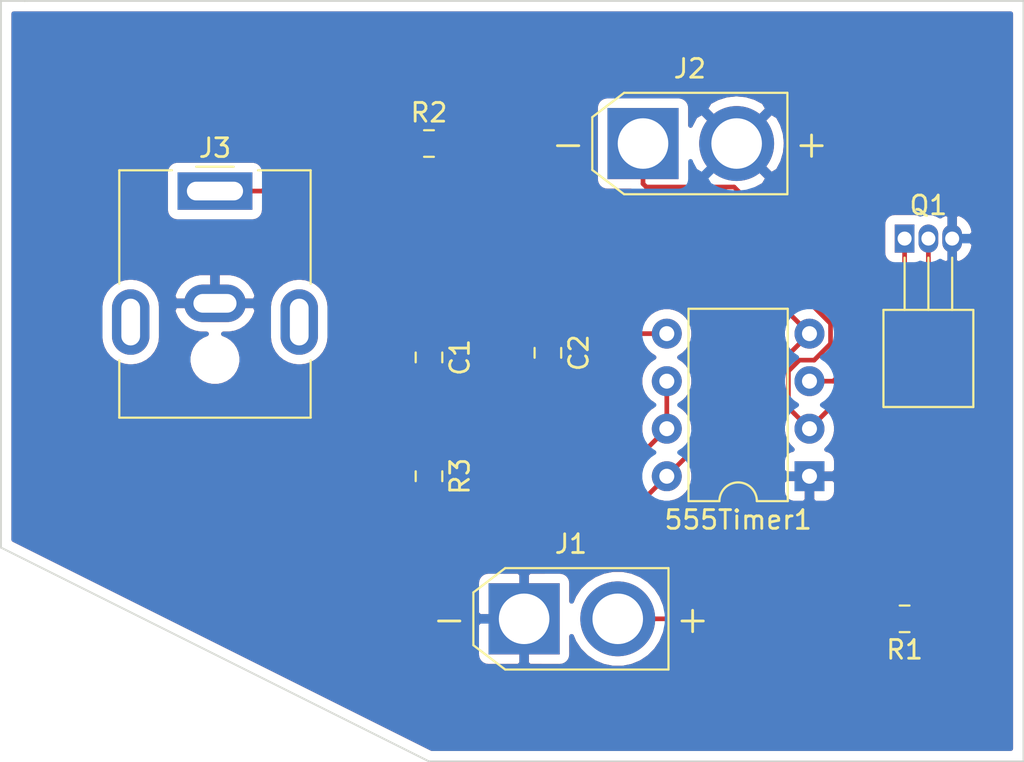
<source format=kicad_pcb>
(kicad_pcb (version 20171130) (host pcbnew "(5.1.5-0-10_14)")

  (general
    (thickness 1.6)
    (drawings 9)
    (tracks 43)
    (zones 0)
    (modules 10)
    (nets 9)
  )

  (page A4)
  (layers
    (0 F.Cu signal)
    (31 B.Cu signal)
    (32 B.Adhes user)
    (33 F.Adhes user)
    (34 B.Paste user)
    (35 F.Paste user)
    (36 B.SilkS user)
    (37 F.SilkS user)
    (38 B.Mask user)
    (39 F.Mask user)
    (40 Dwgs.User user)
    (41 Cmts.User user)
    (42 Eco1.User user)
    (43 Eco2.User user)
    (44 Edge.Cuts user)
    (45 Margin user)
    (46 B.CrtYd user)
    (47 F.CrtYd user)
    (48 B.Fab user)
    (49 F.Fab user)
  )

  (setup
    (last_trace_width 0.25)
    (trace_clearance 0.2)
    (zone_clearance 0.508)
    (zone_45_only no)
    (trace_min 0.2)
    (via_size 0.8)
    (via_drill 0.4)
    (via_min_size 0.4)
    (via_min_drill 0.3)
    (uvia_size 0.3)
    (uvia_drill 0.1)
    (uvias_allowed no)
    (uvia_min_size 0.2)
    (uvia_min_drill 0.1)
    (edge_width 0.1)
    (segment_width 0.2)
    (pcb_text_width 0.3)
    (pcb_text_size 1.5 1.5)
    (mod_edge_width 0.15)
    (mod_text_size 1 1)
    (mod_text_width 0.15)
    (pad_size 1.524 1.524)
    (pad_drill 0.762)
    (pad_to_mask_clearance 0)
    (aux_axis_origin 0 0)
    (visible_elements FFFFFF7F)
    (pcbplotparams
      (layerselection 0x010f0_ffffffff)
      (usegerberextensions false)
      (usegerberattributes false)
      (usegerberadvancedattributes false)
      (creategerberjobfile false)
      (excludeedgelayer true)
      (linewidth 0.100000)
      (plotframeref false)
      (viasonmask false)
      (mode 1)
      (useauxorigin false)
      (hpglpennumber 1)
      (hpglpenspeed 20)
      (hpglpendiameter 15.000000)
      (psnegative false)
      (psa4output false)
      (plotreference true)
      (plotvalue true)
      (plotinvisibletext false)
      (padsonsilk false)
      (subtractmaskfromsilk false)
      (outputformat 1)
      (mirror false)
      (drillshape 0)
      (scaleselection 1)
      (outputdirectory ""))
  )

  (net 0 "")
  (net 1 GND)
  (net 2 "Net-(555Timer1-Pad5)")
  (net 3 "Net-(555Timer1-Pad2)")
  (net 4 "Net-(555Timer1-Pad6)")
  (net 5 "Net-(555Timer1-Pad3)")
  (net 6 +15V)
  (net 7 "Net-(J1-Pad2)")
  (net 8 "Net-(Q1-Pad2)")

  (net_class Default "This is the default net class."
    (clearance 0.2)
    (trace_width 0.25)
    (via_dia 0.8)
    (via_drill 0.4)
    (uvia_dia 0.3)
    (uvia_drill 0.1)
    (add_net +15V)
    (add_net GND)
    (add_net "Net-(555Timer1-Pad2)")
    (add_net "Net-(555Timer1-Pad3)")
    (add_net "Net-(555Timer1-Pad5)")
    (add_net "Net-(555Timer1-Pad6)")
    (add_net "Net-(J1-Pad2)")
    (add_net "Net-(Q1-Pad2)")
  )

  (module Package_DIP:DIP-8_W7.62mm (layer F.Cu) (tedit 5A02E8C5) (tstamp 5EC28E65)
    (at 152.4 92.71 180)
    (descr "8-lead though-hole mounted DIP package, row spacing 7.62 mm (300 mils)")
    (tags "THT DIP DIL PDIP 2.54mm 7.62mm 300mil")
    (path /5EC15B5C)
    (fp_text reference 555Timer1 (at 3.81 -2.33) (layer F.SilkS)
      (effects (font (size 1 1) (thickness 0.15)))
    )
    (fp_text value LM555 (at 3.81 9.95) (layer F.Fab)
      (effects (font (size 1 1) (thickness 0.15)))
    )
    (fp_arc (start 3.81 -1.33) (end 2.81 -1.33) (angle -180) (layer F.SilkS) (width 0.12))
    (fp_line (start 1.635 -1.27) (end 6.985 -1.27) (layer F.Fab) (width 0.1))
    (fp_line (start 6.985 -1.27) (end 6.985 8.89) (layer F.Fab) (width 0.1))
    (fp_line (start 6.985 8.89) (end 0.635 8.89) (layer F.Fab) (width 0.1))
    (fp_line (start 0.635 8.89) (end 0.635 -0.27) (layer F.Fab) (width 0.1))
    (fp_line (start 0.635 -0.27) (end 1.635 -1.27) (layer F.Fab) (width 0.1))
    (fp_line (start 2.81 -1.33) (end 1.16 -1.33) (layer F.SilkS) (width 0.12))
    (fp_line (start 1.16 -1.33) (end 1.16 8.95) (layer F.SilkS) (width 0.12))
    (fp_line (start 1.16 8.95) (end 6.46 8.95) (layer F.SilkS) (width 0.12))
    (fp_line (start 6.46 8.95) (end 6.46 -1.33) (layer F.SilkS) (width 0.12))
    (fp_line (start 6.46 -1.33) (end 4.81 -1.33) (layer F.SilkS) (width 0.12))
    (fp_line (start -1.1 -1.55) (end -1.1 9.15) (layer F.CrtYd) (width 0.05))
    (fp_line (start -1.1 9.15) (end 8.7 9.15) (layer F.CrtYd) (width 0.05))
    (fp_line (start 8.7 9.15) (end 8.7 -1.55) (layer F.CrtYd) (width 0.05))
    (fp_line (start 8.7 -1.55) (end -1.1 -1.55) (layer F.CrtYd) (width 0.05))
    (fp_text user %R (at 3.81 3.81) (layer F.Fab)
      (effects (font (size 1 1) (thickness 0.15)))
    )
    (pad 1 thru_hole rect (at 0 0 180) (size 1.6 1.6) (drill 0.8) (layers *.Cu *.Mask)
      (net 1 GND))
    (pad 5 thru_hole oval (at 7.62 7.62 180) (size 1.6 1.6) (drill 0.8) (layers *.Cu *.Mask)
      (net 2 "Net-(555Timer1-Pad5)"))
    (pad 2 thru_hole oval (at 0 2.54 180) (size 1.6 1.6) (drill 0.8) (layers *.Cu *.Mask)
      (net 3 "Net-(555Timer1-Pad2)"))
    (pad 6 thru_hole oval (at 7.62 5.08 180) (size 1.6 1.6) (drill 0.8) (layers *.Cu *.Mask)
      (net 4 "Net-(555Timer1-Pad6)"))
    (pad 3 thru_hole oval (at 0 5.08 180) (size 1.6 1.6) (drill 0.8) (layers *.Cu *.Mask)
      (net 5 "Net-(555Timer1-Pad3)"))
    (pad 7 thru_hole oval (at 7.62 2.54 180) (size 1.6 1.6) (drill 0.8) (layers *.Cu *.Mask)
      (net 4 "Net-(555Timer1-Pad6)"))
    (pad 4 thru_hole oval (at 0 7.62 180) (size 1.6 1.6) (drill 0.8) (layers *.Cu *.Mask)
      (net 6 +15V))
    (pad 8 thru_hole oval (at 7.62 0 180) (size 1.6 1.6) (drill 0.8) (layers *.Cu *.Mask)
      (net 6 +15V))
    (model ${KISYS3DMOD}/Package_DIP.3dshapes/DIP-8_W7.62mm.wrl
      (at (xyz 0 0 0))
      (scale (xyz 1 1 1))
      (rotate (xyz 0 0 0))
    )
  )

  (module Capacitor_SMD:C_0805_2012Metric_Pad1.15x1.40mm_HandSolder (layer F.Cu) (tedit 5B36C52B) (tstamp 5EC28E76)
    (at 132.08 86.36 270)
    (descr "Capacitor SMD 0805 (2012 Metric), square (rectangular) end terminal, IPC_7351 nominal with elongated pad for handsoldering. (Body size source: https://docs.google.com/spreadsheets/d/1BsfQQcO9C6DZCsRaXUlFlo91Tg2WpOkGARC1WS5S8t0/edit?usp=sharing), generated with kicad-footprint-generator")
    (tags "capacitor handsolder")
    (path /5EC1D1AD)
    (attr smd)
    (fp_text reference C1 (at 0 -1.65 90) (layer F.SilkS)
      (effects (font (size 1 1) (thickness 0.15)))
    )
    (fp_text value 200u (at 0 1.65 90) (layer F.Fab)
      (effects (font (size 1 1) (thickness 0.15)))
    )
    (fp_line (start -1 0.6) (end -1 -0.6) (layer F.Fab) (width 0.1))
    (fp_line (start -1 -0.6) (end 1 -0.6) (layer F.Fab) (width 0.1))
    (fp_line (start 1 -0.6) (end 1 0.6) (layer F.Fab) (width 0.1))
    (fp_line (start 1 0.6) (end -1 0.6) (layer F.Fab) (width 0.1))
    (fp_line (start -0.261252 -0.71) (end 0.261252 -0.71) (layer F.SilkS) (width 0.12))
    (fp_line (start -0.261252 0.71) (end 0.261252 0.71) (layer F.SilkS) (width 0.12))
    (fp_line (start -1.85 0.95) (end -1.85 -0.95) (layer F.CrtYd) (width 0.05))
    (fp_line (start -1.85 -0.95) (end 1.85 -0.95) (layer F.CrtYd) (width 0.05))
    (fp_line (start 1.85 -0.95) (end 1.85 0.95) (layer F.CrtYd) (width 0.05))
    (fp_line (start 1.85 0.95) (end -1.85 0.95) (layer F.CrtYd) (width 0.05))
    (fp_text user %R (at 0 0 90) (layer F.Fab)
      (effects (font (size 0.5 0.5) (thickness 0.08)))
    )
    (pad 1 smd roundrect (at -1.025 0 270) (size 1.15 1.4) (layers F.Cu F.Paste F.Mask) (roundrect_rratio 0.217391)
      (net 4 "Net-(555Timer1-Pad6)"))
    (pad 2 smd roundrect (at 1.025 0 270) (size 1.15 1.4) (layers F.Cu F.Paste F.Mask) (roundrect_rratio 0.217391)
      (net 1 GND))
    (model ${KISYS3DMOD}/Capacitor_SMD.3dshapes/C_0805_2012Metric.wrl
      (at (xyz 0 0 0))
      (scale (xyz 1 1 1))
      (rotate (xyz 0 0 0))
    )
  )

  (module Capacitor_SMD:C_0805_2012Metric_Pad1.15x1.40mm_HandSolder (layer F.Cu) (tedit 5B36C52B) (tstamp 5EC28E87)
    (at 138.43 86.115 270)
    (descr "Capacitor SMD 0805 (2012 Metric), square (rectangular) end terminal, IPC_7351 nominal with elongated pad for handsoldering. (Body size source: https://docs.google.com/spreadsheets/d/1BsfQQcO9C6DZCsRaXUlFlo91Tg2WpOkGARC1WS5S8t0/edit?usp=sharing), generated with kicad-footprint-generator")
    (tags "capacitor handsolder")
    (path /5EC29D55)
    (attr smd)
    (fp_text reference C2 (at 0 -1.65 90) (layer F.SilkS)
      (effects (font (size 1 1) (thickness 0.15)))
    )
    (fp_text value 10u (at 0 1.65 90) (layer F.Fab)
      (effects (font (size 1 1) (thickness 0.15)))
    )
    (fp_text user %R (at 0 0 90) (layer F.Fab)
      (effects (font (size 0.5 0.5) (thickness 0.08)))
    )
    (fp_line (start 1.85 0.95) (end -1.85 0.95) (layer F.CrtYd) (width 0.05))
    (fp_line (start 1.85 -0.95) (end 1.85 0.95) (layer F.CrtYd) (width 0.05))
    (fp_line (start -1.85 -0.95) (end 1.85 -0.95) (layer F.CrtYd) (width 0.05))
    (fp_line (start -1.85 0.95) (end -1.85 -0.95) (layer F.CrtYd) (width 0.05))
    (fp_line (start -0.261252 0.71) (end 0.261252 0.71) (layer F.SilkS) (width 0.12))
    (fp_line (start -0.261252 -0.71) (end 0.261252 -0.71) (layer F.SilkS) (width 0.12))
    (fp_line (start 1 0.6) (end -1 0.6) (layer F.Fab) (width 0.1))
    (fp_line (start 1 -0.6) (end 1 0.6) (layer F.Fab) (width 0.1))
    (fp_line (start -1 -0.6) (end 1 -0.6) (layer F.Fab) (width 0.1))
    (fp_line (start -1 0.6) (end -1 -0.6) (layer F.Fab) (width 0.1))
    (pad 2 smd roundrect (at 1.025 0 270) (size 1.15 1.4) (layers F.Cu F.Paste F.Mask) (roundrect_rratio 0.217391)
      (net 1 GND))
    (pad 1 smd roundrect (at -1.025 0 270) (size 1.15 1.4) (layers F.Cu F.Paste F.Mask) (roundrect_rratio 0.217391)
      (net 2 "Net-(555Timer1-Pad5)"))
    (model ${KISYS3DMOD}/Capacitor_SMD.3dshapes/C_0805_2012Metric.wrl
      (at (xyz 0 0 0))
      (scale (xyz 1 1 1))
      (rotate (xyz 0 0 0))
    )
  )

  (module Connector_AMASS:AMASS_XT30U-F_1x02_P5.0mm_Vertical (layer F.Cu) (tedit 5C8E9CDA) (tstamp 5EC28EA2)
    (at 137.16 100.33)
    (descr "Connector XT30 Vertical Cable Female, https://www.tme.eu/en/Document/3cbfa5cfa544d79584972dd5234a409e/XT30U%20SPEC.pdf")
    (tags "RC Connector XT30")
    (path /5EC1F1FD)
    (fp_text reference J1 (at 2.5 -4) (layer F.SilkS)
      (effects (font (size 1 1) (thickness 0.15)))
    )
    (fp_text value Conn_01x02_Female (at 2.5 4) (layer F.Fab)
      (effects (font (size 1 1) (thickness 0.15)))
    )
    (fp_text user %R (at 2.5 0) (layer F.Fab)
      (effects (font (size 1 1) (thickness 0.15)))
    )
    (fp_line (start -2.6 -1.3) (end -2.6 1.3) (layer F.Fab) (width 0.1))
    (fp_line (start 7.6 -2.6) (end 7.6 2.6) (layer F.Fab) (width 0.1))
    (fp_line (start -0.9 -2.6) (end 7.6 -2.6) (layer F.Fab) (width 0.1))
    (fp_line (start -0.9 2.6) (end 7.6 2.6) (layer F.Fab) (width 0.1))
    (fp_line (start -2.6 -1.3) (end -0.9 -2.6) (layer F.Fab) (width 0.1))
    (fp_line (start -2.6 1.3) (end -0.9 2.6) (layer F.Fab) (width 0.1))
    (fp_line (start -1.01 -2.71) (end 7.71 -2.71) (layer F.SilkS) (width 0.12))
    (fp_line (start 7.71 -2.71) (end 7.71 2.71) (layer F.SilkS) (width 0.12))
    (fp_line (start -1.01 2.71) (end 7.71 2.71) (layer F.SilkS) (width 0.12))
    (fp_line (start -2.71 -1.41) (end -1.01 -2.71) (layer F.SilkS) (width 0.12))
    (fp_line (start -2.71 1.41) (end -1.01 2.71) (layer F.SilkS) (width 0.12))
    (fp_line (start -2.71 -1.41) (end -2.71 1.41) (layer F.SilkS) (width 0.12))
    (fp_line (start -1.4 -3.1) (end 8.1 -3.1) (layer F.CrtYd) (width 0.05))
    (fp_line (start 8.1 -3.1) (end 8.1 3.1) (layer F.CrtYd) (width 0.05))
    (fp_line (start -3.1 -1.8) (end -3.1 1.8) (layer F.CrtYd) (width 0.05))
    (fp_line (start -1.4 3.1) (end 8.1 3.1) (layer F.CrtYd) (width 0.05))
    (fp_line (start -3.1 -1.8) (end -1.4 -3.1) (layer F.CrtYd) (width 0.05))
    (fp_line (start -3.1 1.8) (end -1.4 3.1) (layer F.CrtYd) (width 0.05))
    (fp_text user + (at 9 0) (layer F.SilkS)
      (effects (font (size 1.5 1.5) (thickness 0.15)))
    )
    (fp_text user - (at -4 0) (layer F.SilkS)
      (effects (font (size 1.5 1.5) (thickness 0.15)))
    )
    (pad 1 thru_hole rect (at 0 0) (size 3.8 3.8) (drill 2.7) (layers *.Cu *.Mask)
      (net 1 GND))
    (pad 2 thru_hole circle (at 5 0) (size 4 4) (drill 2.7) (layers *.Cu *.Mask)
      (net 7 "Net-(J1-Pad2)"))
    (model ${KISYS3DMOD}/Connector_AMASS.3dshapes/AMASS_XT30U-F_1x02_P5.0mm_Vertical.wrl
      (at (xyz 0 0 0))
      (scale (xyz 1 1 1))
      (rotate (xyz 0 0 0))
    )
  )

  (module Connector_AMASS:AMASS_XT30U-F_1x02_P5.0mm_Vertical (layer F.Cu) (tedit 5C8E9CDA) (tstamp 5EC28EBD)
    (at 143.51 74.93)
    (descr "Connector XT30 Vertical Cable Female, https://www.tme.eu/en/Document/3cbfa5cfa544d79584972dd5234a409e/XT30U%20SPEC.pdf")
    (tags "RC Connector XT30")
    (path /5EC28750)
    (fp_text reference J2 (at 2.5 -4) (layer F.SilkS)
      (effects (font (size 1 1) (thickness 0.15)))
    )
    (fp_text value Conn_01x02_Female (at 2.5 4) (layer F.Fab)
      (effects (font (size 1 1) (thickness 0.15)))
    )
    (fp_text user - (at -4 0) (layer F.SilkS)
      (effects (font (size 1.5 1.5) (thickness 0.15)))
    )
    (fp_text user + (at 9 0) (layer F.SilkS)
      (effects (font (size 1.5 1.5) (thickness 0.15)))
    )
    (fp_line (start -3.1 1.8) (end -1.4 3.1) (layer F.CrtYd) (width 0.05))
    (fp_line (start -3.1 -1.8) (end -1.4 -3.1) (layer F.CrtYd) (width 0.05))
    (fp_line (start -1.4 3.1) (end 8.1 3.1) (layer F.CrtYd) (width 0.05))
    (fp_line (start -3.1 -1.8) (end -3.1 1.8) (layer F.CrtYd) (width 0.05))
    (fp_line (start 8.1 -3.1) (end 8.1 3.1) (layer F.CrtYd) (width 0.05))
    (fp_line (start -1.4 -3.1) (end 8.1 -3.1) (layer F.CrtYd) (width 0.05))
    (fp_line (start -2.71 -1.41) (end -2.71 1.41) (layer F.SilkS) (width 0.12))
    (fp_line (start -2.71 1.41) (end -1.01 2.71) (layer F.SilkS) (width 0.12))
    (fp_line (start -2.71 -1.41) (end -1.01 -2.71) (layer F.SilkS) (width 0.12))
    (fp_line (start -1.01 2.71) (end 7.71 2.71) (layer F.SilkS) (width 0.12))
    (fp_line (start 7.71 -2.71) (end 7.71 2.71) (layer F.SilkS) (width 0.12))
    (fp_line (start -1.01 -2.71) (end 7.71 -2.71) (layer F.SilkS) (width 0.12))
    (fp_line (start -2.6 1.3) (end -0.9 2.6) (layer F.Fab) (width 0.1))
    (fp_line (start -2.6 -1.3) (end -0.9 -2.6) (layer F.Fab) (width 0.1))
    (fp_line (start -0.9 2.6) (end 7.6 2.6) (layer F.Fab) (width 0.1))
    (fp_line (start -0.9 -2.6) (end 7.6 -2.6) (layer F.Fab) (width 0.1))
    (fp_line (start 7.6 -2.6) (end 7.6 2.6) (layer F.Fab) (width 0.1))
    (fp_line (start -2.6 -1.3) (end -2.6 1.3) (layer F.Fab) (width 0.1))
    (fp_text user %R (at 2.5 0) (layer F.Fab)
      (effects (font (size 1 1) (thickness 0.15)))
    )
    (pad 2 thru_hole circle (at 5 0) (size 4 4) (drill 2.7) (layers *.Cu *.Mask)
      (net 1 GND))
    (pad 1 thru_hole rect (at 0 0) (size 3.8 3.8) (drill 2.7) (layers *.Cu *.Mask)
      (net 5 "Net-(555Timer1-Pad3)"))
    (model ${KISYS3DMOD}/Connector_AMASS.3dshapes/AMASS_XT30U-F_1x02_P5.0mm_Vertical.wrl
      (at (xyz 0 0 0))
      (scale (xyz 1 1 1))
      (rotate (xyz 0 0 0))
    )
  )

  (module Connector_BarrelJack:BarrelJack_CUI_PJ-063AH_Horizontal (layer F.Cu) (tedit 5B0886BD) (tstamp 5EC28EDA)
    (at 120.65 77.47)
    (descr "Barrel Jack, 2.0mm ID, 5.5mm OD, 24V, 8A, no switch, https://www.cui.com/product/resource/pj-063ah.pdf")
    (tags "barrel jack cui dc power")
    (path /5EC2C693)
    (fp_text reference J3 (at 0 -2.3) (layer F.SilkS)
      (effects (font (size 1 1) (thickness 0.15)))
    )
    (fp_text value Jack-DC (at 0 13) (layer F.Fab)
      (effects (font (size 1 1) (thickness 0.15)))
    )
    (fp_line (start -5 -1) (end -1 -1) (layer F.Fab) (width 0.1))
    (fp_line (start -1 -1) (end 0 0) (layer F.Fab) (width 0.1))
    (fp_line (start 0 0) (end 1 -1) (layer F.Fab) (width 0.1))
    (fp_line (start 1 -1) (end 5 -1) (layer F.Fab) (width 0.1))
    (fp_line (start 5 -1) (end 5 12) (layer F.Fab) (width 0.1))
    (fp_line (start 5 12) (end -5 12) (layer F.Fab) (width 0.1))
    (fp_line (start -5 12) (end -5 -1) (layer F.Fab) (width 0.1))
    (fp_line (start -5.11 4.95) (end -5.11 -1.11) (layer F.SilkS) (width 0.12))
    (fp_line (start -5.11 -1.11) (end -2.3 -1.11) (layer F.SilkS) (width 0.12))
    (fp_line (start 2.3 -1.11) (end 5.11 -1.11) (layer F.SilkS) (width 0.12))
    (fp_line (start 5.11 -1.11) (end 5.11 4.95) (layer F.SilkS) (width 0.12))
    (fp_line (start 5.11 9.05) (end 5.11 12.11) (layer F.SilkS) (width 0.12))
    (fp_line (start 5.11 12.11) (end -5.11 12.11) (layer F.SilkS) (width 0.12))
    (fp_line (start -5.11 12.11) (end -5.11 9.05) (layer F.SilkS) (width 0.12))
    (fp_line (start -1 -1.3) (end 1 -1.3) (layer F.SilkS) (width 0.12))
    (fp_line (start -6 -1.5) (end -6 12.5) (layer F.CrtYd) (width 0.05))
    (fp_line (start -6 12.5) (end 6 12.5) (layer F.CrtYd) (width 0.05))
    (fp_line (start 6 12.5) (end 6 -1.5) (layer F.CrtYd) (width 0.05))
    (fp_line (start 6 -1.5) (end -6 -1.5) (layer F.CrtYd) (width 0.05))
    (fp_text user %R (at 0 5.5) (layer F.Fab)
      (effects (font (size 1 1) (thickness 0.15)))
    )
    (pad 1 thru_hole rect (at 0 0) (size 4 2) (drill oval 3 1) (layers *.Cu *.Mask)
      (net 6 +15V))
    (pad 2 thru_hole oval (at 0 6) (size 3.3 2) (drill oval 2.3 1) (layers *.Cu *.Mask)
      (net 1 GND))
    (pad MP thru_hole oval (at -4.5 7) (size 2 3.5) (drill oval 1 2.5) (layers *.Cu *.Mask))
    (pad MP thru_hole oval (at 4.5 7) (size 2 3.5) (drill oval 1 2.5) (layers *.Cu *.Mask))
    (pad "" np_thru_hole circle (at 0 9) (size 1.6 1.6) (drill 1.6) (layers *.Cu *.Mask))
    (model ${KISYS3DMOD}/Connector_BarrelJack.3dshapes/BarrelJack_CUI_PJ-063AH_Horizontal.wrl
      (at (xyz 0 0 0))
      (scale (xyz 1 1 1))
      (rotate (xyz 0 0 0))
    )
  )

  (module Package_TO_SOT_THT:TO-92_Inline_Horizontal1 (layer F.Cu) (tedit 5A27990F) (tstamp 5EC28EF4)
    (at 157.48 80.01)
    (descr "TO-92 horizontal, leads in-line, narrow, oval pads, drill 0.75mm (see NXP sot054_po.pdf)")
    (tags "to-92 sc-43 sc-43a sot54 PA33 transistor")
    (path /5EC082B3)
    (fp_text reference Q1 (at 1.27 -1.78) (layer F.SilkS)
      (effects (font (size 1 1) (thickness 0.15)))
    )
    (fp_text value BC546 (at 1.27 10.03) (layer F.Fab)
      (effects (font (size 1 1) (thickness 0.15)))
    )
    (fp_text user %R (at 1.27 6.4) (layer F.Fab)
      (effects (font (size 1 1) (thickness 0.15)))
    )
    (fp_line (start 2.54 3.94) (end 2.54 1.02) (layer F.Fab) (width 0.1))
    (fp_line (start 1.27 3.94) (end 1.27 1.02) (layer F.Fab) (width 0.1))
    (fp_line (start 0 3.94) (end 0 1.02) (layer F.Fab) (width 0.1))
    (fp_line (start -1.02 8.89) (end -1.02 3.94) (layer F.Fab) (width 0.1))
    (fp_line (start -1.02 3.94) (end 3.56 3.94) (layer F.Fab) (width 0.1))
    (fp_line (start 3.56 3.94) (end 3.56 8.89) (layer F.Fab) (width 0.1))
    (fp_line (start 3.56 8.89) (end -1.02 8.89) (layer F.Fab) (width 0.1))
    (fp_line (start 0 1.02) (end 0 3.81) (layer F.SilkS) (width 0.12))
    (fp_line (start 1.27 1.02) (end 1.27 3.81) (layer F.SilkS) (width 0.12))
    (fp_line (start 2.54 1.02) (end 2.54 3.81) (layer F.SilkS) (width 0.12))
    (fp_line (start -1.13 3.81) (end 3.67 3.81) (layer F.SilkS) (width 0.12))
    (fp_line (start 3.67 3.81) (end 3.67 9) (layer F.SilkS) (width 0.12))
    (fp_line (start 3.67 9) (end -1.13 9) (layer F.SilkS) (width 0.12))
    (fp_line (start -1.13 9) (end -1.13 3.81) (layer F.SilkS) (width 0.12))
    (fp_line (start -1.27 -1) (end 3.81 -1) (layer F.CrtYd) (width 0.05))
    (fp_line (start -1.27 -1) (end -1.27 9.14) (layer F.CrtYd) (width 0.05))
    (fp_line (start 3.81 9.14) (end 3.81 -1) (layer F.CrtYd) (width 0.05))
    (fp_line (start 3.81 9.14) (end -1.27 9.14) (layer F.CrtYd) (width 0.05))
    (pad 2 thru_hole oval (at 1.27 0) (size 1.05 1.5) (drill 0.75) (layers *.Cu *.Mask)
      (net 8 "Net-(Q1-Pad2)"))
    (pad 3 thru_hole oval (at 2.54 0) (size 1.05 1.5) (drill 0.75) (layers *.Cu *.Mask)
      (net 1 GND))
    (pad 1 thru_hole rect (at 0 0) (size 1.05 1.5) (drill 0.75) (layers *.Cu *.Mask)
      (net 3 "Net-(555Timer1-Pad2)"))
    (model ${KISYS3DMOD}/Package_TO_SOT_THT.3dshapes/TO-92_Inline_Horizontal1.wrl
      (at (xyz 0 0 0))
      (scale (xyz 1 1 1))
      (rotate (xyz 0 0 0))
    )
  )

  (module Resistor_SMD:R_0805_2012Metric_Pad1.15x1.40mm_HandSolder (layer F.Cu) (tedit 5B36C52B) (tstamp 5EC28F05)
    (at 157.48 100.33 180)
    (descr "Resistor SMD 0805 (2012 Metric), square (rectangular) end terminal, IPC_7351 nominal with elongated pad for handsoldering. (Body size source: https://docs.google.com/spreadsheets/d/1BsfQQcO9C6DZCsRaXUlFlo91Tg2WpOkGARC1WS5S8t0/edit?usp=sharing), generated with kicad-footprint-generator")
    (tags "resistor handsolder")
    (path /5EC2118C)
    (attr smd)
    (fp_text reference R1 (at 0 -1.65) (layer F.SilkS)
      (effects (font (size 1 1) (thickness 0.15)))
    )
    (fp_text value 33k (at 0 1.65) (layer F.Fab)
      (effects (font (size 1 1) (thickness 0.15)))
    )
    (fp_line (start -1 0.6) (end -1 -0.6) (layer F.Fab) (width 0.1))
    (fp_line (start -1 -0.6) (end 1 -0.6) (layer F.Fab) (width 0.1))
    (fp_line (start 1 -0.6) (end 1 0.6) (layer F.Fab) (width 0.1))
    (fp_line (start 1 0.6) (end -1 0.6) (layer F.Fab) (width 0.1))
    (fp_line (start -0.261252 -0.71) (end 0.261252 -0.71) (layer F.SilkS) (width 0.12))
    (fp_line (start -0.261252 0.71) (end 0.261252 0.71) (layer F.SilkS) (width 0.12))
    (fp_line (start -1.85 0.95) (end -1.85 -0.95) (layer F.CrtYd) (width 0.05))
    (fp_line (start -1.85 -0.95) (end 1.85 -0.95) (layer F.CrtYd) (width 0.05))
    (fp_line (start 1.85 -0.95) (end 1.85 0.95) (layer F.CrtYd) (width 0.05))
    (fp_line (start 1.85 0.95) (end -1.85 0.95) (layer F.CrtYd) (width 0.05))
    (fp_text user %R (at 0 0) (layer F.Fab)
      (effects (font (size 0.5 0.5) (thickness 0.08)))
    )
    (pad 1 smd roundrect (at -1.025 0 180) (size 1.15 1.4) (layers F.Cu F.Paste F.Mask) (roundrect_rratio 0.217391)
      (net 8 "Net-(Q1-Pad2)"))
    (pad 2 smd roundrect (at 1.025 0 180) (size 1.15 1.4) (layers F.Cu F.Paste F.Mask) (roundrect_rratio 0.217391)
      (net 7 "Net-(J1-Pad2)"))
    (model ${KISYS3DMOD}/Resistor_SMD.3dshapes/R_0805_2012Metric.wrl
      (at (xyz 0 0 0))
      (scale (xyz 1 1 1))
      (rotate (xyz 0 0 0))
    )
  )

  (module Resistor_SMD:R_0805_2012Metric_Pad1.15x1.40mm_HandSolder (layer F.Cu) (tedit 5B36C52B) (tstamp 5EC28F16)
    (at 132.08 74.93)
    (descr "Resistor SMD 0805 (2012 Metric), square (rectangular) end terminal, IPC_7351 nominal with elongated pad for handsoldering. (Body size source: https://docs.google.com/spreadsheets/d/1BsfQQcO9C6DZCsRaXUlFlo91Tg2WpOkGARC1WS5S8t0/edit?usp=sharing), generated with kicad-footprint-generator")
    (tags "resistor handsolder")
    (path /5EC1614E)
    (attr smd)
    (fp_text reference R2 (at 0 -1.65) (layer F.SilkS)
      (effects (font (size 1 1) (thickness 0.15)))
    )
    (fp_text value 10k (at 0 1.65) (layer F.Fab)
      (effects (font (size 1 1) (thickness 0.15)))
    )
    (fp_line (start -1 0.6) (end -1 -0.6) (layer F.Fab) (width 0.1))
    (fp_line (start -1 -0.6) (end 1 -0.6) (layer F.Fab) (width 0.1))
    (fp_line (start 1 -0.6) (end 1 0.6) (layer F.Fab) (width 0.1))
    (fp_line (start 1 0.6) (end -1 0.6) (layer F.Fab) (width 0.1))
    (fp_line (start -0.261252 -0.71) (end 0.261252 -0.71) (layer F.SilkS) (width 0.12))
    (fp_line (start -0.261252 0.71) (end 0.261252 0.71) (layer F.SilkS) (width 0.12))
    (fp_line (start -1.85 0.95) (end -1.85 -0.95) (layer F.CrtYd) (width 0.05))
    (fp_line (start -1.85 -0.95) (end 1.85 -0.95) (layer F.CrtYd) (width 0.05))
    (fp_line (start 1.85 -0.95) (end 1.85 0.95) (layer F.CrtYd) (width 0.05))
    (fp_line (start 1.85 0.95) (end -1.85 0.95) (layer F.CrtYd) (width 0.05))
    (fp_text user %R (at 0 0) (layer F.Fab)
      (effects (font (size 0.5 0.5) (thickness 0.08)))
    )
    (pad 1 smd roundrect (at -1.025 0) (size 1.15 1.4) (layers F.Cu F.Paste F.Mask) (roundrect_rratio 0.217391)
      (net 6 +15V))
    (pad 2 smd roundrect (at 1.025 0) (size 1.15 1.4) (layers F.Cu F.Paste F.Mask) (roundrect_rratio 0.217391)
      (net 3 "Net-(555Timer1-Pad2)"))
    (model ${KISYS3DMOD}/Resistor_SMD.3dshapes/R_0805_2012Metric.wrl
      (at (xyz 0 0 0))
      (scale (xyz 1 1 1))
      (rotate (xyz 0 0 0))
    )
  )

  (module Resistor_SMD:R_0805_2012Metric_Pad1.15x1.40mm_HandSolder (layer F.Cu) (tedit 5B36C52B) (tstamp 5EC28F27)
    (at 132.08 92.71 270)
    (descr "Resistor SMD 0805 (2012 Metric), square (rectangular) end terminal, IPC_7351 nominal with elongated pad for handsoldering. (Body size source: https://docs.google.com/spreadsheets/d/1BsfQQcO9C6DZCsRaXUlFlo91Tg2WpOkGARC1WS5S8t0/edit?usp=sharing), generated with kicad-footprint-generator")
    (tags "resistor handsolder")
    (path /5EC18E29)
    (attr smd)
    (fp_text reference R3 (at 0 -1.65 90) (layer F.SilkS)
      (effects (font (size 1 1) (thickness 0.15)))
    )
    (fp_text value 10k (at 0 1.65 90) (layer F.Fab)
      (effects (font (size 1 1) (thickness 0.15)))
    )
    (fp_text user %R (at 0 0 90) (layer F.Fab)
      (effects (font (size 0.5 0.5) (thickness 0.08)))
    )
    (fp_line (start 1.85 0.95) (end -1.85 0.95) (layer F.CrtYd) (width 0.05))
    (fp_line (start 1.85 -0.95) (end 1.85 0.95) (layer F.CrtYd) (width 0.05))
    (fp_line (start -1.85 -0.95) (end 1.85 -0.95) (layer F.CrtYd) (width 0.05))
    (fp_line (start -1.85 0.95) (end -1.85 -0.95) (layer F.CrtYd) (width 0.05))
    (fp_line (start -0.261252 0.71) (end 0.261252 0.71) (layer F.SilkS) (width 0.12))
    (fp_line (start -0.261252 -0.71) (end 0.261252 -0.71) (layer F.SilkS) (width 0.12))
    (fp_line (start 1 0.6) (end -1 0.6) (layer F.Fab) (width 0.1))
    (fp_line (start 1 -0.6) (end 1 0.6) (layer F.Fab) (width 0.1))
    (fp_line (start -1 -0.6) (end 1 -0.6) (layer F.Fab) (width 0.1))
    (fp_line (start -1 0.6) (end -1 -0.6) (layer F.Fab) (width 0.1))
    (pad 2 smd roundrect (at 1.025 0 270) (size 1.15 1.4) (layers F.Cu F.Paste F.Mask) (roundrect_rratio 0.217391)
      (net 6 +15V))
    (pad 1 smd roundrect (at -1.025 0 270) (size 1.15 1.4) (layers F.Cu F.Paste F.Mask) (roundrect_rratio 0.217391)
      (net 4 "Net-(555Timer1-Pad6)"))
    (model ${KISYS3DMOD}/Resistor_SMD.3dshapes/R_0805_2012Metric.wrl
      (at (xyz 0 0 0))
      (scale (xyz 1 1 1))
      (rotate (xyz 0 0 0))
    )
  )

  (gr_text "Door Knock Indicator\n" (at 123.19 72.39) (layer B.Paste)
    (effects (font (size 1.27 1.27) (thickness 0.254)) (justify mirror))
  )
  (gr_text "Piezo Sensor" (at 139.7 96.52) (layer B.Paste)
    (effects (font (size 1.27 1.27) (thickness 0.254)) (justify mirror))
  )
  (gr_text Lamp (at 146.05 71.12) (layer B.Paste)
    (effects (font (size 1.27 1.27) (thickness 0.254)) (justify mirror))
  )
  (gr_line (start 109.22 67.31) (end 110.49 67.31) (layer Edge.Cuts) (width 0.1) (tstamp 5EC29A6A))
  (gr_line (start 109.22 96.52) (end 109.22 67.31) (layer Edge.Cuts) (width 0.1))
  (gr_line (start 132.08 107.95) (end 109.22 96.52) (layer Edge.Cuts) (width 0.1))
  (gr_line (start 163.83 107.95) (end 132.08 107.95) (layer Edge.Cuts) (width 0.1))
  (gr_line (start 163.83 67.31) (end 163.83 107.95) (layer Edge.Cuts) (width 0.1))
  (gr_line (start 110.49 67.31) (end 163.83 67.31) (layer Edge.Cuts) (width 0.1))

  (segment (start 138.43 85.09) (end 144.78 85.09) (width 0.25) (layer F.Cu) (net 2))
  (segment (start 157.48 85.09) (end 152.4 90.17) (width 0.25) (layer F.Cu) (net 3))
  (segment (start 157.48 80.01) (end 157.48 85.09) (width 0.25) (layer F.Cu) (net 3))
  (segment (start 133.105 74.93) (end 133.105 75.63) (width 0.25) (layer F.Cu) (net 3))
  (segment (start 151.274999 89.044999) (end 151.600001 89.370001) (width 0.25) (layer F.Cu) (net 3))
  (segment (start 151.274999 87.089999) (end 151.274999 89.044999) (width 0.25) (layer F.Cu) (net 3))
  (segment (start 151.859999 86.504999) (end 151.274999 87.089999) (width 0.25) (layer F.Cu) (net 3))
  (segment (start 152.650003 86.504999) (end 151.859999 86.504999) (width 0.25) (layer F.Cu) (net 3))
  (segment (start 153.525001 85.630001) (end 152.650003 86.504999) (width 0.25) (layer F.Cu) (net 3))
  (segment (start 151.600001 89.370001) (end 152.4 90.17) (width 0.25) (layer F.Cu) (net 3))
  (segment (start 150.255002 81.28) (end 153.525001 84.549999) (width 0.25) (layer F.Cu) (net 3))
  (segment (start 153.525001 84.549999) (end 153.525001 85.630001) (width 0.25) (layer F.Cu) (net 3))
  (segment (start 137.16 81.28) (end 150.255002 81.28) (width 0.25) (layer F.Cu) (net 3))
  (segment (start 133.105 77.225) (end 137.16 81.28) (width 0.25) (layer F.Cu) (net 3))
  (segment (start 133.105 74.93) (end 133.105 77.225) (width 0.25) (layer F.Cu) (net 3))
  (segment (start 143.265 91.685) (end 144.78 90.17) (width 0.25) (layer F.Cu) (net 4))
  (segment (start 132.08 91.685) (end 143.265 91.685) (width 0.25) (layer F.Cu) (net 4))
  (segment (start 144.78 87.63) (end 144.78 90.17) (width 0.25) (layer F.Cu) (net 4))
  (segment (start 131.38 91.685) (end 132.08 91.685) (width 0.25) (layer F.Cu) (net 4))
  (segment (start 131.05499 91.35999) (end 131.38 91.685) (width 0.25) (layer F.Cu) (net 4))
  (segment (start 131.38 85.335) (end 131.05499 85.66001) (width 0.25) (layer F.Cu) (net 4))
  (segment (start 131.05499 85.66001) (end 131.05499 91.35999) (width 0.25) (layer F.Cu) (net 4))
  (segment (start 132.08 85.335) (end 131.38 85.335) (width 0.25) (layer F.Cu) (net 4))
  (segment (start 143.51 77.08) (end 143.51 74.93) (width 0.25) (layer F.Cu) (net 5))
  (segment (start 143.685001 77.255001) (end 143.51 77.08) (width 0.25) (layer F.Cu) (net 5))
  (segment (start 148.375001 77.255001) (end 143.685001 77.255001) (width 0.25) (layer F.Cu) (net 5))
  (segment (start 154.94 83.82) (end 148.375001 77.255001) (width 0.25) (layer F.Cu) (net 5))
  (segment (start 154.94 86.36) (end 154.94 83.82) (width 0.25) (layer F.Cu) (net 5))
  (segment (start 153.67 87.63) (end 154.94 86.36) (width 0.25) (layer F.Cu) (net 5))
  (segment (start 152.4 87.63) (end 153.67 87.63) (width 0.25) (layer F.Cu) (net 5))
  (segment (start 120.65 77.47) (end 123.19 77.47) (width 0.25) (layer F.Cu) (net 6))
  (segment (start 125.73 74.93) (end 131.055 74.93) (width 0.25) (layer F.Cu) (net 6))
  (segment (start 123.19 77.47) (end 125.73 74.93) (width 0.25) (layer F.Cu) (net 6))
  (segment (start 143.755 93.735) (end 144.78 92.71) (width 0.25) (layer F.Cu) (net 6))
  (segment (start 132.08 93.735) (end 143.755 93.735) (width 0.25) (layer F.Cu) (net 6))
  (segment (start 152.4 85.09) (end 144.78 92.71) (width 0.25) (layer F.Cu) (net 6))
  (segment (start 152.4 85.09) (end 149.86 82.55) (width 0.25) (layer F.Cu) (net 6))
  (segment (start 149.86 82.55) (end 135.89 82.55) (width 0.25) (layer F.Cu) (net 6))
  (segment (start 131.055 77.715) (end 131.055 74.93) (width 0.25) (layer F.Cu) (net 6))
  (segment (start 135.89 82.55) (end 131.055 77.715) (width 0.25) (layer F.Cu) (net 6))
  (segment (start 156.455 100.33) (end 142.16 100.33) (width 0.25) (layer F.Cu) (net 7))
  (segment (start 158.75 100.085) (end 158.505 100.33) (width 0.25) (layer F.Cu) (net 8))
  (segment (start 158.75 80.01) (end 158.75 100.085) (width 0.25) (layer F.Cu) (net 8))

  (zone (net 1) (net_name GND) (layer F.Cu) (tstamp 5EC29C2E) (hatch edge 0.508)
    (connect_pads (clearance 0.508))
    (min_thickness 0.254)
    (fill yes (arc_segments 32) (thermal_gap 0.508) (thermal_bridge_width 0.508))
    (polygon
      (pts
        (xy 163.83 107.95) (xy 132.08 107.95) (xy 109.22 96.52) (xy 109.22 67.31) (xy 163.83 67.31)
      )
    )
    (filled_polygon
      (pts
        (xy 163.145001 107.265) (xy 132.241708 107.265) (xy 122.171708 102.23) (xy 134.621928 102.23) (xy 134.634188 102.354482)
        (xy 134.670498 102.47418) (xy 134.729463 102.584494) (xy 134.808815 102.681185) (xy 134.905506 102.760537) (xy 135.01582 102.819502)
        (xy 135.135518 102.855812) (xy 135.26 102.868072) (xy 136.87425 102.865) (xy 137.033 102.70625) (xy 137.033 100.457)
        (xy 134.78375 100.457) (xy 134.625 100.61575) (xy 134.621928 102.23) (xy 122.171708 102.23) (xy 114.571707 98.43)
        (xy 134.621928 98.43) (xy 134.625 100.04425) (xy 134.78375 100.203) (xy 137.033 100.203) (xy 137.033 97.95375)
        (xy 136.87425 97.795) (xy 135.26 97.791928) (xy 135.135518 97.804188) (xy 135.01582 97.840498) (xy 134.905506 97.899463)
        (xy 134.808815 97.978815) (xy 134.729463 98.075506) (xy 134.670498 98.18582) (xy 134.634188 98.305518) (xy 134.621928 98.43)
        (xy 114.571707 98.43) (xy 109.905 96.096647) (xy 109.905 83.639679) (xy 114.515 83.639679) (xy 114.515 85.300322)
        (xy 114.538657 85.540516) (xy 114.632149 85.848715) (xy 114.78397 86.132752) (xy 114.988287 86.381714) (xy 115.237249 86.586031)
        (xy 115.521286 86.737852) (xy 115.829485 86.831343) (xy 116.15 86.862911) (xy 116.470516 86.831343) (xy 116.778715 86.737852)
        (xy 117.062752 86.586031) (xy 117.311714 86.381714) (xy 117.516031 86.132752) (xy 117.667852 85.848715) (xy 117.761343 85.540516)
        (xy 117.785 85.300322) (xy 117.785 83.850434) (xy 118.409876 83.850434) (xy 118.440856 83.978355) (xy 118.56999 84.272761)
        (xy 118.754078 84.536317) (xy 118.986046 84.758895) (xy 119.25698 84.931942) (xy 119.556468 85.048807) (xy 119.873 85.105)
        (xy 120.195568 85.105) (xy 119.970273 85.19832) (xy 119.735241 85.355363) (xy 119.535363 85.555241) (xy 119.37832 85.790273)
        (xy 119.270147 86.051426) (xy 119.215 86.328665) (xy 119.215 86.611335) (xy 119.270147 86.888574) (xy 119.37832 87.149727)
        (xy 119.535363 87.384759) (xy 119.735241 87.584637) (xy 119.970273 87.74168) (xy 120.231426 87.849853) (xy 120.508665 87.905)
        (xy 120.791335 87.905) (xy 121.068574 87.849853) (xy 121.329727 87.74168) (xy 121.564759 87.584637) (xy 121.764637 87.384759)
        (xy 121.92168 87.149727) (xy 122.029853 86.888574) (xy 122.085 86.611335) (xy 122.085 86.328665) (xy 122.029853 86.051426)
        (xy 121.92168 85.790273) (xy 121.764637 85.555241) (xy 121.564759 85.355363) (xy 121.329727 85.19832) (xy 121.104432 85.105)
        (xy 121.427 85.105) (xy 121.743532 85.048807) (xy 122.04302 84.931942) (xy 122.313954 84.758895) (xy 122.545922 84.536317)
        (xy 122.73001 84.272761) (xy 122.859144 83.978355) (xy 122.890124 83.850434) (xy 122.790876 83.639679) (xy 123.515 83.639679)
        (xy 123.515 85.300322) (xy 123.538657 85.540516) (xy 123.632149 85.848715) (xy 123.78397 86.132752) (xy 123.988287 86.381714)
        (xy 124.237249 86.586031) (xy 124.521286 86.737852) (xy 124.829485 86.831343) (xy 125.15 86.862911) (xy 125.470516 86.831343)
        (xy 125.778715 86.737852) (xy 126.062752 86.586031) (xy 126.311714 86.381714) (xy 126.516031 86.132752) (xy 126.667852 85.848715)
        (xy 126.761343 85.540516) (xy 126.785 85.300322) (xy 126.785 83.639678) (xy 126.761343 83.399484) (xy 126.667852 83.091285)
        (xy 126.516031 82.807248) (xy 126.311714 82.558286) (xy 126.062751 82.353969) (xy 125.778714 82.202148) (xy 125.470515 82.108657)
        (xy 125.15 82.077089) (xy 124.829484 82.108657) (xy 124.521285 82.202148) (xy 124.237248 82.353969) (xy 123.988286 82.558286)
        (xy 123.783969 82.807249) (xy 123.632148 83.091286) (xy 123.538657 83.399485) (xy 123.515 83.639679) (xy 122.790876 83.639679)
        (xy 122.770777 83.597) (xy 120.777 83.597) (xy 120.777 83.617) (xy 120.523 83.617) (xy 120.523 83.597)
        (xy 118.529223 83.597) (xy 118.409876 83.850434) (xy 117.785 83.850434) (xy 117.785 83.639678) (xy 117.761343 83.399484)
        (xy 117.667852 83.091285) (xy 117.666934 83.089566) (xy 118.409876 83.089566) (xy 118.529223 83.343) (xy 120.523 83.343)
        (xy 120.523 81.835) (xy 120.777 81.835) (xy 120.777 83.343) (xy 122.770777 83.343) (xy 122.890124 83.089566)
        (xy 122.859144 82.961645) (xy 122.73001 82.667239) (xy 122.545922 82.403683) (xy 122.313954 82.181105) (xy 122.04302 82.008058)
        (xy 121.743532 81.891193) (xy 121.427 81.835) (xy 120.777 81.835) (xy 120.523 81.835) (xy 119.873 81.835)
        (xy 119.556468 81.891193) (xy 119.25698 82.008058) (xy 118.986046 82.181105) (xy 118.754078 82.403683) (xy 118.56999 82.667239)
        (xy 118.440856 82.961645) (xy 118.409876 83.089566) (xy 117.666934 83.089566) (xy 117.516031 82.807248) (xy 117.311714 82.558286)
        (xy 117.062751 82.353969) (xy 116.778714 82.202148) (xy 116.470515 82.108657) (xy 116.15 82.077089) (xy 115.829484 82.108657)
        (xy 115.521285 82.202148) (xy 115.237248 82.353969) (xy 114.988286 82.558286) (xy 114.783969 82.807249) (xy 114.632148 83.091286)
        (xy 114.538657 83.399485) (xy 114.515 83.639679) (xy 109.905 83.639679) (xy 109.905 76.47) (xy 118.011928 76.47)
        (xy 118.011928 78.47) (xy 118.024188 78.594482) (xy 118.060498 78.71418) (xy 118.119463 78.824494) (xy 118.198815 78.921185)
        (xy 118.295506 79.000537) (xy 118.40582 79.059502) (xy 118.525518 79.095812) (xy 118.65 79.108072) (xy 122.65 79.108072)
        (xy 122.774482 79.095812) (xy 122.89418 79.059502) (xy 123.004494 79.000537) (xy 123.101185 78.921185) (xy 123.180537 78.824494)
        (xy 123.239502 78.71418) (xy 123.275812 78.594482) (xy 123.288072 78.47) (xy 123.288072 78.224018) (xy 123.338986 78.219003)
        (xy 123.482247 78.175546) (xy 123.614276 78.104974) (xy 123.730001 78.010001) (xy 123.753804 77.980997) (xy 126.044803 75.69)
        (xy 129.900473 75.69) (xy 129.909528 75.719851) (xy 129.991595 75.873387) (xy 130.102038 76.007962) (xy 130.236613 76.118405)
        (xy 130.295001 76.149614) (xy 130.295 77.677677) (xy 130.291324 77.715) (xy 130.295 77.752322) (xy 130.295 77.752332)
        (xy 130.305997 77.863985) (xy 130.33937 77.974003) (xy 130.349454 78.007246) (xy 130.420026 78.139276) (xy 130.459871 78.187826)
        (xy 130.514999 78.255001) (xy 130.544003 78.278804) (xy 135.3262 83.061002) (xy 135.349999 83.090001) (xy 135.465724 83.184974)
        (xy 135.597753 83.255546) (xy 135.741014 83.299003) (xy 135.842484 83.308997) (xy 135.89 83.313677) (xy 135.927333 83.31)
        (xy 149.545199 83.31) (xy 151.001312 84.766114) (xy 150.965 84.948665) (xy 150.965 85.231335) (xy 151.001312 85.413886)
        (xy 146.215 90.200199) (xy 146.215 90.028665) (xy 146.159853 89.751426) (xy 146.05168 89.490273) (xy 145.894637 89.255241)
        (xy 145.694759 89.055363) (xy 145.54 88.951957) (xy 145.54 88.848043) (xy 145.694759 88.744637) (xy 145.894637 88.544759)
        (xy 146.05168 88.309727) (xy 146.159853 88.048574) (xy 146.215 87.771335) (xy 146.215 87.488665) (xy 146.159853 87.211426)
        (xy 146.05168 86.950273) (xy 145.894637 86.715241) (xy 145.694759 86.515363) (xy 145.462241 86.36) (xy 145.694759 86.204637)
        (xy 145.894637 86.004759) (xy 146.05168 85.769727) (xy 146.159853 85.508574) (xy 146.215 85.231335) (xy 146.215 84.948665)
        (xy 146.159853 84.671426) (xy 146.05168 84.410273) (xy 145.894637 84.175241) (xy 145.694759 83.975363) (xy 145.459727 83.81832)
        (xy 145.198574 83.710147) (xy 144.921335 83.655) (xy 144.638665 83.655) (xy 144.361426 83.710147) (xy 144.100273 83.81832)
        (xy 143.865241 83.975363) (xy 143.665363 84.175241) (xy 143.561957 84.33) (xy 139.649614 84.33) (xy 139.618405 84.271613)
        (xy 139.507962 84.137038) (xy 139.373387 84.026595) (xy 139.219851 83.944528) (xy 139.053255 83.893992) (xy 138.880001 83.876928)
        (xy 137.979999 83.876928) (xy 137.806745 83.893992) (xy 137.640149 83.944528) (xy 137.486613 84.026595) (xy 137.352038 84.137038)
        (xy 137.241595 84.271613) (xy 137.159528 84.425149) (xy 137.108992 84.591745) (xy 137.091928 84.764999) (xy 137.091928 85.415001)
        (xy 137.108992 85.588255) (xy 137.159528 85.754851) (xy 137.241595 85.908387) (xy 137.352038 86.042962) (xy 137.358594 86.048342)
        (xy 137.278815 86.113815) (xy 137.199463 86.210506) (xy 137.140498 86.32082) (xy 137.104188 86.440518) (xy 137.091928 86.565)
        (xy 137.095 86.85425) (xy 137.25375 87.013) (xy 138.303 87.013) (xy 138.303 86.993) (xy 138.557 86.993)
        (xy 138.557 87.013) (xy 139.60625 87.013) (xy 139.765 86.85425) (xy 139.768072 86.565) (xy 139.755812 86.440518)
        (xy 139.719502 86.32082) (xy 139.660537 86.210506) (xy 139.581185 86.113815) (xy 139.501406 86.048342) (xy 139.507962 86.042962)
        (xy 139.618405 85.908387) (xy 139.649614 85.85) (xy 143.561957 85.85) (xy 143.665363 86.004759) (xy 143.865241 86.204637)
        (xy 144.097759 86.36) (xy 143.865241 86.515363) (xy 143.665363 86.715241) (xy 143.50832 86.950273) (xy 143.400147 87.211426)
        (xy 143.345 87.488665) (xy 143.345 87.771335) (xy 143.400147 88.048574) (xy 143.50832 88.309727) (xy 143.665363 88.544759)
        (xy 143.865241 88.744637) (xy 144.02 88.848044) (xy 144.020001 88.951956) (xy 143.865241 89.055363) (xy 143.665363 89.255241)
        (xy 143.50832 89.490273) (xy 143.400147 89.751426) (xy 143.345 90.028665) (xy 143.345 90.311335) (xy 143.381312 90.493886)
        (xy 142.950199 90.925) (xy 133.299614 90.925) (xy 133.268405 90.866613) (xy 133.157962 90.732038) (xy 133.023387 90.621595)
        (xy 132.869851 90.539528) (xy 132.703255 90.488992) (xy 132.530001 90.471928) (xy 131.81499 90.471928) (xy 131.81499 88.57426)
        (xy 131.953 88.43625) (xy 131.953 87.512) (xy 132.207 87.512) (xy 132.207 88.43625) (xy 132.36575 88.595)
        (xy 132.78 88.598072) (xy 132.904482 88.585812) (xy 133.02418 88.549502) (xy 133.134494 88.490537) (xy 133.231185 88.411185)
        (xy 133.310537 88.314494) (xy 133.369502 88.20418) (xy 133.405812 88.084482) (xy 133.418072 87.96) (xy 133.41547 87.715)
        (xy 137.091928 87.715) (xy 137.104188 87.839482) (xy 137.140498 87.95918) (xy 137.199463 88.069494) (xy 137.278815 88.166185)
        (xy 137.375506 88.245537) (xy 137.48582 88.304502) (xy 137.605518 88.340812) (xy 137.73 88.353072) (xy 138.14425 88.35)
        (xy 138.303 88.19125) (xy 138.303 87.267) (xy 138.557 87.267) (xy 138.557 88.19125) (xy 138.71575 88.35)
        (xy 139.13 88.353072) (xy 139.254482 88.340812) (xy 139.37418 88.304502) (xy 139.484494 88.245537) (xy 139.581185 88.166185)
        (xy 139.660537 88.069494) (xy 139.719502 87.95918) (xy 139.755812 87.839482) (xy 139.768072 87.715) (xy 139.765 87.42575)
        (xy 139.60625 87.267) (xy 138.557 87.267) (xy 138.303 87.267) (xy 137.25375 87.267) (xy 137.095 87.42575)
        (xy 137.091928 87.715) (xy 133.41547 87.715) (xy 133.415 87.67075) (xy 133.25625 87.512) (xy 132.207 87.512)
        (xy 131.953 87.512) (xy 131.933 87.512) (xy 131.933 87.258) (xy 131.953 87.258) (xy 131.953 87.238)
        (xy 132.207 87.238) (xy 132.207 87.258) (xy 133.25625 87.258) (xy 133.415 87.09925) (xy 133.418072 86.81)
        (xy 133.405812 86.685518) (xy 133.369502 86.56582) (xy 133.310537 86.455506) (xy 133.231185 86.358815) (xy 133.151406 86.293342)
        (xy 133.157962 86.287962) (xy 133.268405 86.153387) (xy 133.350472 85.999851) (xy 133.401008 85.833255) (xy 133.418072 85.660001)
        (xy 133.418072 85.009999) (xy 133.401008 84.836745) (xy 133.350472 84.670149) (xy 133.268405 84.516613) (xy 133.157962 84.382038)
        (xy 133.023387 84.271595) (xy 132.869851 84.189528) (xy 132.703255 84.138992) (xy 132.530001 84.121928) (xy 131.629999 84.121928)
        (xy 131.456745 84.138992) (xy 131.290149 84.189528) (xy 131.136613 84.271595) (xy 131.002038 84.382038) (xy 130.891595 84.516613)
        (xy 130.809528 84.670149) (xy 130.758992 84.836745) (xy 130.754134 84.886065) (xy 130.543993 85.096206) (xy 130.514989 85.120009)
        (xy 130.461675 85.184973) (xy 130.420016 85.235734) (xy 130.366957 85.335) (xy 130.349444 85.367764) (xy 130.305987 85.511025)
        (xy 130.29499 85.622678) (xy 130.29499 85.622688) (xy 130.291314 85.66001) (xy 130.29499 85.697333) (xy 130.294991 91.322658)
        (xy 130.291314 91.35999) (xy 130.305988 91.508975) (xy 130.349444 91.652236) (xy 130.420016 91.784266) (xy 130.46082 91.833985)
        (xy 130.51499 91.899991) (xy 130.543988 91.923789) (xy 130.754134 92.133935) (xy 130.758992 92.183255) (xy 130.809528 92.349851)
        (xy 130.891595 92.503387) (xy 131.002038 92.637962) (xy 131.089816 92.71) (xy 131.002038 92.782038) (xy 130.891595 92.916613)
        (xy 130.809528 93.070149) (xy 130.758992 93.236745) (xy 130.741928 93.409999) (xy 130.741928 94.060001) (xy 130.758992 94.233255)
        (xy 130.809528 94.399851) (xy 130.891595 94.553387) (xy 131.002038 94.687962) (xy 131.136613 94.798405) (xy 131.290149 94.880472)
        (xy 131.456745 94.931008) (xy 131.629999 94.948072) (xy 132.530001 94.948072) (xy 132.703255 94.931008) (xy 132.869851 94.880472)
        (xy 133.023387 94.798405) (xy 133.157962 94.687962) (xy 133.268405 94.553387) (xy 133.299614 94.495) (xy 143.717678 94.495)
        (xy 143.755 94.498676) (xy 143.792322 94.495) (xy 143.792333 94.495) (xy 143.903986 94.484003) (xy 144.047247 94.440546)
        (xy 144.179276 94.369974) (xy 144.295001 94.275001) (xy 144.318804 94.245998) (xy 144.456113 94.108688) (xy 144.638665 94.145)
        (xy 144.921335 94.145) (xy 145.198574 94.089853) (xy 145.459727 93.98168) (xy 145.694759 93.824637) (xy 145.894637 93.624759)
        (xy 145.971316 93.51) (xy 150.961928 93.51) (xy 150.974188 93.634482) (xy 151.010498 93.75418) (xy 151.069463 93.864494)
        (xy 151.148815 93.961185) (xy 151.245506 94.040537) (xy 151.35582 94.099502) (xy 151.475518 94.135812) (xy 151.6 94.148072)
        (xy 152.11425 94.145) (xy 152.273 93.98625) (xy 152.273 92.837) (xy 152.527 92.837) (xy 152.527 93.98625)
        (xy 152.68575 94.145) (xy 153.2 94.148072) (xy 153.324482 94.135812) (xy 153.44418 94.099502) (xy 153.554494 94.040537)
        (xy 153.651185 93.961185) (xy 153.730537 93.864494) (xy 153.789502 93.75418) (xy 153.825812 93.634482) (xy 153.838072 93.51)
        (xy 153.835 92.99575) (xy 153.67625 92.837) (xy 152.527 92.837) (xy 152.273 92.837) (xy 151.12375 92.837)
        (xy 150.965 92.99575) (xy 150.961928 93.51) (xy 145.971316 93.51) (xy 146.05168 93.389727) (xy 146.159853 93.128574)
        (xy 146.215 92.851335) (xy 146.215 92.568665) (xy 146.178688 92.386113) (xy 150.514999 88.049802) (xy 150.515 89.007667)
        (xy 150.511323 89.044999) (xy 150.525997 89.193984) (xy 150.569453 89.337245) (xy 150.640025 89.469275) (xy 150.693986 89.535026)
        (xy 150.734999 89.585) (xy 150.763997 89.608798) (xy 151.001312 89.846113) (xy 150.965 90.028665) (xy 150.965 90.311335)
        (xy 151.020147 90.588574) (xy 151.12832 90.849727) (xy 151.285363 91.084759) (xy 151.483961 91.283357) (xy 151.475518 91.284188)
        (xy 151.35582 91.320498) (xy 151.245506 91.379463) (xy 151.148815 91.458815) (xy 151.069463 91.555506) (xy 151.010498 91.66582)
        (xy 150.974188 91.785518) (xy 150.961928 91.91) (xy 150.965 92.42425) (xy 151.12375 92.583) (xy 152.273 92.583)
        (xy 152.273 92.563) (xy 152.527 92.563) (xy 152.527 92.583) (xy 153.67625 92.583) (xy 153.835 92.42425)
        (xy 153.838072 91.91) (xy 153.825812 91.785518) (xy 153.789502 91.66582) (xy 153.730537 91.555506) (xy 153.651185 91.458815)
        (xy 153.554494 91.379463) (xy 153.44418 91.320498) (xy 153.324482 91.284188) (xy 153.316039 91.283357) (xy 153.514637 91.084759)
        (xy 153.67168 90.849727) (xy 153.779853 90.588574) (xy 153.835 90.311335) (xy 153.835 90.028665) (xy 153.798688 89.846113)
        (xy 157.99 85.654802) (xy 157.990001 99.014071) (xy 157.840149 99.059528) (xy 157.686613 99.141595) (xy 157.552038 99.252038)
        (xy 157.48 99.339816) (xy 157.407962 99.252038) (xy 157.273387 99.141595) (xy 157.119851 99.059528) (xy 156.953255 99.008992)
        (xy 156.780001 98.991928) (xy 156.129999 98.991928) (xy 155.956745 99.008992) (xy 155.790149 99.059528) (xy 155.636613 99.141595)
        (xy 155.502038 99.252038) (xy 155.391595 99.386613) (xy 155.309528 99.540149) (xy 155.300473 99.57) (xy 144.69545 99.57)
        (xy 144.693739 99.561399) (xy 144.495107 99.081859) (xy 144.206738 98.650285) (xy 143.839715 98.283262) (xy 143.408141 97.994893)
        (xy 142.928601 97.796261) (xy 142.419525 97.695) (xy 141.900475 97.695) (xy 141.391399 97.796261) (xy 140.911859 97.994893)
        (xy 140.480285 98.283262) (xy 140.113262 98.650285) (xy 139.824893 99.081859) (xy 139.69624 99.392454) (xy 139.698072 98.43)
        (xy 139.685812 98.305518) (xy 139.649502 98.18582) (xy 139.590537 98.075506) (xy 139.511185 97.978815) (xy 139.414494 97.899463)
        (xy 139.30418 97.840498) (xy 139.184482 97.804188) (xy 139.06 97.791928) (xy 137.44575 97.795) (xy 137.287 97.95375)
        (xy 137.287 100.203) (xy 137.307 100.203) (xy 137.307 100.457) (xy 137.287 100.457) (xy 137.287 102.70625)
        (xy 137.44575 102.865) (xy 139.06 102.868072) (xy 139.184482 102.855812) (xy 139.30418 102.819502) (xy 139.414494 102.760537)
        (xy 139.511185 102.681185) (xy 139.590537 102.584494) (xy 139.649502 102.47418) (xy 139.685812 102.354482) (xy 139.698072 102.23)
        (xy 139.69624 101.267546) (xy 139.824893 101.578141) (xy 140.113262 102.009715) (xy 140.480285 102.376738) (xy 140.911859 102.665107)
        (xy 141.391399 102.863739) (xy 141.900475 102.965) (xy 142.419525 102.965) (xy 142.928601 102.863739) (xy 143.408141 102.665107)
        (xy 143.839715 102.376738) (xy 144.206738 102.009715) (xy 144.495107 101.578141) (xy 144.693739 101.098601) (xy 144.69545 101.09)
        (xy 155.300473 101.09) (xy 155.309528 101.119851) (xy 155.391595 101.273387) (xy 155.502038 101.407962) (xy 155.636613 101.518405)
        (xy 155.790149 101.600472) (xy 155.956745 101.651008) (xy 156.129999 101.668072) (xy 156.780001 101.668072) (xy 156.953255 101.651008)
        (xy 157.119851 101.600472) (xy 157.273387 101.518405) (xy 157.407962 101.407962) (xy 157.48 101.320184) (xy 157.552038 101.407962)
        (xy 157.686613 101.518405) (xy 157.840149 101.600472) (xy 158.006745 101.651008) (xy 158.179999 101.668072) (xy 158.830001 101.668072)
        (xy 159.003255 101.651008) (xy 159.169851 101.600472) (xy 159.323387 101.518405) (xy 159.457962 101.407962) (xy 159.568405 101.273387)
        (xy 159.650472 101.119851) (xy 159.701008 100.953255) (xy 159.718072 100.780001) (xy 159.718072 99.879999) (xy 159.701008 99.706745)
        (xy 159.650472 99.540149) (xy 159.568405 99.386613) (xy 159.51 99.315446) (xy 159.51 81.281958) (xy 159.652663 81.345272)
        (xy 159.71419 81.353964) (xy 159.893 81.228163) (xy 159.893 80.463108) (xy 159.893215 80.462399) (xy 159.91 80.291978)
        (xy 159.91 80.137) (xy 160.147 80.137) (xy 160.147 81.228163) (xy 160.32581 81.353964) (xy 160.387337 81.345272)
        (xy 160.596882 81.252275) (xy 160.784258 81.120184) (xy 160.942264 80.954076) (xy 161.064828 80.760334) (xy 161.147239 80.546404)
        (xy 161.186331 80.320507) (xy 161.026598 80.137) (xy 160.147 80.137) (xy 159.91 80.137) (xy 159.91 79.728021)
        (xy 159.893215 79.5576) (xy 159.893 79.556891) (xy 159.893 78.791837) (xy 160.147 78.791837) (xy 160.147 79.883)
        (xy 161.026598 79.883) (xy 161.186331 79.699493) (xy 161.147239 79.473596) (xy 161.064828 79.259666) (xy 160.942264 79.065924)
        (xy 160.784258 78.899816) (xy 160.596882 78.767725) (xy 160.387337 78.674728) (xy 160.32581 78.666036) (xy 160.147 78.791837)
        (xy 159.893 78.791837) (xy 159.71419 78.666036) (xy 159.652663 78.674728) (xy 159.443118 78.767725) (xy 159.384669 78.808929)
        (xy 159.196059 78.708115) (xy 158.977399 78.641785) (xy 158.75 78.619388) (xy 158.5226 78.641785) (xy 158.313902 78.705093)
        (xy 158.24918 78.670498) (xy 158.129482 78.634188) (xy 158.005 78.621928) (xy 156.955 78.621928) (xy 156.830518 78.634188)
        (xy 156.71082 78.670498) (xy 156.600506 78.729463) (xy 156.503815 78.808815) (xy 156.424463 78.905506) (xy 156.365498 79.01582)
        (xy 156.329188 79.135518) (xy 156.316928 79.26) (xy 156.316928 80.76) (xy 156.329188 80.884482) (xy 156.365498 81.00418)
        (xy 156.424463 81.114494) (xy 156.503815 81.211185) (xy 156.600506 81.290537) (xy 156.71082 81.349502) (xy 156.72 81.352287)
        (xy 156.720001 84.775197) (xy 155.7 85.795198) (xy 155.7 83.857333) (xy 155.703677 83.82) (xy 155.689003 83.671014)
        (xy 155.645546 83.527753) (xy 155.574974 83.395724) (xy 155.503799 83.308997) (xy 155.480001 83.279999) (xy 155.451003 83.256201)
        (xy 149.555966 77.361164) (xy 149.961772 77.144258) (xy 150.177894 76.777499) (xy 148.51 75.109605) (xy 148.495858 75.123748)
        (xy 148.316253 74.944143) (xy 148.330395 74.93) (xy 148.689605 74.93) (xy 150.357499 76.597894) (xy 150.724258 76.381772)
        (xy 150.964938 75.921895) (xy 151.111275 75.423902) (xy 151.157648 74.906929) (xy 151.102273 74.390841) (xy 150.947279 73.895474)
        (xy 150.724258 73.478228) (xy 150.357499 73.262106) (xy 148.689605 74.93) (xy 148.330395 74.93) (xy 146.662501 73.262106)
        (xy 146.295742 73.478228) (xy 146.055062 73.938105) (xy 146.048072 73.961892) (xy 146.048072 73.082501) (xy 146.842106 73.082501)
        (xy 148.51 74.750395) (xy 150.177894 73.082501) (xy 149.961772 72.715742) (xy 149.501895 72.475062) (xy 149.003902 72.328725)
        (xy 148.486929 72.282352) (xy 147.970841 72.337727) (xy 147.475474 72.492721) (xy 147.058228 72.715742) (xy 146.842106 73.082501)
        (xy 146.048072 73.082501) (xy 146.048072 73.03) (xy 146.035812 72.905518) (xy 145.999502 72.78582) (xy 145.940537 72.675506)
        (xy 145.861185 72.578815) (xy 145.764494 72.499463) (xy 145.65418 72.440498) (xy 145.534482 72.404188) (xy 145.41 72.391928)
        (xy 141.61 72.391928) (xy 141.485518 72.404188) (xy 141.36582 72.440498) (xy 141.255506 72.499463) (xy 141.158815 72.578815)
        (xy 141.079463 72.675506) (xy 141.020498 72.78582) (xy 140.984188 72.905518) (xy 140.971928 73.03) (xy 140.971928 76.83)
        (xy 140.984188 76.954482) (xy 141.020498 77.07418) (xy 141.079463 77.184494) (xy 141.158815 77.281185) (xy 141.255506 77.360537)
        (xy 141.36582 77.419502) (xy 141.485518 77.455812) (xy 141.61 77.468072) (xy 142.855674 77.468072) (xy 142.875026 77.504276)
        (xy 142.889796 77.522273) (xy 142.969999 77.620001) (xy 142.999003 77.643804) (xy 143.121197 77.765998) (xy 143.145 77.795002)
        (xy 143.260725 77.889975) (xy 143.392754 77.960547) (xy 143.536015 78.004004) (xy 143.647668 78.015001) (xy 143.647676 78.015001)
        (xy 143.685001 78.018677) (xy 143.722326 78.015001) (xy 148.0602 78.015001) (xy 150.740322 80.695124) (xy 150.679278 80.645026)
        (xy 150.547249 80.574454) (xy 150.403988 80.530997) (xy 150.292335 80.52) (xy 150.292324 80.52) (xy 150.255002 80.516324)
        (xy 150.21768 80.52) (xy 137.474802 80.52) (xy 133.865 76.910199) (xy 133.865 76.149614) (xy 133.923387 76.118405)
        (xy 134.057962 76.007962) (xy 134.168405 75.873387) (xy 134.250472 75.719851) (xy 134.301008 75.553255) (xy 134.318072 75.380001)
        (xy 134.318072 74.479999) (xy 134.301008 74.306745) (xy 134.250472 74.140149) (xy 134.168405 73.986613) (xy 134.057962 73.852038)
        (xy 133.923387 73.741595) (xy 133.769851 73.659528) (xy 133.603255 73.608992) (xy 133.430001 73.591928) (xy 132.779999 73.591928)
        (xy 132.606745 73.608992) (xy 132.440149 73.659528) (xy 132.286613 73.741595) (xy 132.152038 73.852038) (xy 132.08 73.939816)
        (xy 132.007962 73.852038) (xy 131.873387 73.741595) (xy 131.719851 73.659528) (xy 131.553255 73.608992) (xy 131.380001 73.591928)
        (xy 130.729999 73.591928) (xy 130.556745 73.608992) (xy 130.390149 73.659528) (xy 130.236613 73.741595) (xy 130.102038 73.852038)
        (xy 129.991595 73.986613) (xy 129.909528 74.140149) (xy 129.900473 74.17) (xy 125.767322 74.17) (xy 125.729999 74.166324)
        (xy 125.692676 74.17) (xy 125.692667 74.17) (xy 125.581014 74.180997) (xy 125.437753 74.224454) (xy 125.305724 74.295026)
        (xy 125.305722 74.295027) (xy 125.305723 74.295027) (xy 125.218996 74.366201) (xy 125.218992 74.366205) (xy 125.189999 74.389999)
        (xy 125.166205 74.418992) (xy 123.267403 76.317796) (xy 123.239502 76.22582) (xy 123.180537 76.115506) (xy 123.101185 76.018815)
        (xy 123.004494 75.939463) (xy 122.89418 75.880498) (xy 122.774482 75.844188) (xy 122.65 75.831928) (xy 118.65 75.831928)
        (xy 118.525518 75.844188) (xy 118.40582 75.880498) (xy 118.295506 75.939463) (xy 118.198815 76.018815) (xy 118.119463 76.115506)
        (xy 118.060498 76.22582) (xy 118.024188 76.345518) (xy 118.011928 76.47) (xy 109.905 76.47) (xy 109.905 67.995)
        (xy 163.145 67.995)
      )
    )
  )
  (zone (net 1) (net_name GND) (layer B.Cu) (tstamp 5EC29C2B) (hatch edge 0.508)
    (connect_pads (clearance 0.508))
    (min_thickness 0.254)
    (fill yes (arc_segments 32) (thermal_gap 0.508) (thermal_bridge_width 0.508))
    (polygon
      (pts
        (xy 163.83 107.95) (xy 132.08 107.95) (xy 109.22 96.52) (xy 109.22 67.31) (xy 163.83 67.31)
      )
    )
    (filled_polygon
      (pts
        (xy 163.145001 107.265) (xy 132.241708 107.265) (xy 122.171708 102.23) (xy 134.621928 102.23) (xy 134.634188 102.354482)
        (xy 134.670498 102.47418) (xy 134.729463 102.584494) (xy 134.808815 102.681185) (xy 134.905506 102.760537) (xy 135.01582 102.819502)
        (xy 135.135518 102.855812) (xy 135.26 102.868072) (xy 136.87425 102.865) (xy 137.033 102.70625) (xy 137.033 100.457)
        (xy 134.78375 100.457) (xy 134.625 100.61575) (xy 134.621928 102.23) (xy 122.171708 102.23) (xy 114.571707 98.43)
        (xy 134.621928 98.43) (xy 134.625 100.04425) (xy 134.78375 100.203) (xy 137.033 100.203) (xy 137.033 97.95375)
        (xy 137.287 97.95375) (xy 137.287 100.203) (xy 137.307 100.203) (xy 137.307 100.457) (xy 137.287 100.457)
        (xy 137.287 102.70625) (xy 137.44575 102.865) (xy 139.06 102.868072) (xy 139.184482 102.855812) (xy 139.30418 102.819502)
        (xy 139.414494 102.760537) (xy 139.511185 102.681185) (xy 139.590537 102.584494) (xy 139.649502 102.47418) (xy 139.685812 102.354482)
        (xy 139.698072 102.23) (xy 139.69624 101.267546) (xy 139.824893 101.578141) (xy 140.113262 102.009715) (xy 140.480285 102.376738)
        (xy 140.911859 102.665107) (xy 141.391399 102.863739) (xy 141.900475 102.965) (xy 142.419525 102.965) (xy 142.928601 102.863739)
        (xy 143.408141 102.665107) (xy 143.839715 102.376738) (xy 144.206738 102.009715) (xy 144.495107 101.578141) (xy 144.693739 101.098601)
        (xy 144.795 100.589525) (xy 144.795 100.070475) (xy 144.693739 99.561399) (xy 144.495107 99.081859) (xy 144.206738 98.650285)
        (xy 143.839715 98.283262) (xy 143.408141 97.994893) (xy 142.928601 97.796261) (xy 142.419525 97.695) (xy 141.900475 97.695)
        (xy 141.391399 97.796261) (xy 140.911859 97.994893) (xy 140.480285 98.283262) (xy 140.113262 98.650285) (xy 139.824893 99.081859)
        (xy 139.69624 99.392454) (xy 139.698072 98.43) (xy 139.685812 98.305518) (xy 139.649502 98.18582) (xy 139.590537 98.075506)
        (xy 139.511185 97.978815) (xy 139.414494 97.899463) (xy 139.30418 97.840498) (xy 139.184482 97.804188) (xy 139.06 97.791928)
        (xy 137.44575 97.795) (xy 137.287 97.95375) (xy 137.033 97.95375) (xy 136.87425 97.795) (xy 135.26 97.791928)
        (xy 135.135518 97.804188) (xy 135.01582 97.840498) (xy 134.905506 97.899463) (xy 134.808815 97.978815) (xy 134.729463 98.075506)
        (xy 134.670498 98.18582) (xy 134.634188 98.305518) (xy 134.621928 98.43) (xy 114.571707 98.43) (xy 109.905 96.096647)
        (xy 109.905 83.639679) (xy 114.515 83.639679) (xy 114.515 85.300322) (xy 114.538657 85.540516) (xy 114.632149 85.848715)
        (xy 114.78397 86.132752) (xy 114.988287 86.381714) (xy 115.237249 86.586031) (xy 115.521286 86.737852) (xy 115.829485 86.831343)
        (xy 116.15 86.862911) (xy 116.470516 86.831343) (xy 116.778715 86.737852) (xy 117.062752 86.586031) (xy 117.311714 86.381714)
        (xy 117.516031 86.132752) (xy 117.667852 85.848715) (xy 117.761343 85.540516) (xy 117.785 85.300322) (xy 117.785 83.850434)
        (xy 118.409876 83.850434) (xy 118.440856 83.978355) (xy 118.56999 84.272761) (xy 118.754078 84.536317) (xy 118.986046 84.758895)
        (xy 119.25698 84.931942) (xy 119.556468 85.048807) (xy 119.873 85.105) (xy 120.195568 85.105) (xy 119.970273 85.19832)
        (xy 119.735241 85.355363) (xy 119.535363 85.555241) (xy 119.37832 85.790273) (xy 119.270147 86.051426) (xy 119.215 86.328665)
        (xy 119.215 86.611335) (xy 119.270147 86.888574) (xy 119.37832 87.149727) (xy 119.535363 87.384759) (xy 119.735241 87.584637)
        (xy 119.970273 87.74168) (xy 120.231426 87.849853) (xy 120.508665 87.905) (xy 120.791335 87.905) (xy 121.068574 87.849853)
        (xy 121.329727 87.74168) (xy 121.564759 87.584637) (xy 121.764637 87.384759) (xy 121.92168 87.149727) (xy 122.029853 86.888574)
        (xy 122.085 86.611335) (xy 122.085 86.328665) (xy 122.029853 86.051426) (xy 121.92168 85.790273) (xy 121.764637 85.555241)
        (xy 121.564759 85.355363) (xy 121.329727 85.19832) (xy 121.104432 85.105) (xy 121.427 85.105) (xy 121.743532 85.048807)
        (xy 122.04302 84.931942) (xy 122.313954 84.758895) (xy 122.545922 84.536317) (xy 122.73001 84.272761) (xy 122.859144 83.978355)
        (xy 122.890124 83.850434) (xy 122.790876 83.639679) (xy 123.515 83.639679) (xy 123.515 85.300322) (xy 123.538657 85.540516)
        (xy 123.632149 85.848715) (xy 123.78397 86.132752) (xy 123.988287 86.381714) (xy 124.237249 86.586031) (xy 124.521286 86.737852)
        (xy 124.829485 86.831343) (xy 125.15 86.862911) (xy 125.470516 86.831343) (xy 125.778715 86.737852) (xy 126.062752 86.586031)
        (xy 126.311714 86.381714) (xy 126.516031 86.132752) (xy 126.667852 85.848715) (xy 126.761343 85.540516) (xy 126.785 85.300322)
        (xy 126.785 84.948665) (xy 143.345 84.948665) (xy 143.345 85.231335) (xy 143.400147 85.508574) (xy 143.50832 85.769727)
        (xy 143.665363 86.004759) (xy 143.865241 86.204637) (xy 144.097759 86.36) (xy 143.865241 86.515363) (xy 143.665363 86.715241)
        (xy 143.50832 86.950273) (xy 143.400147 87.211426) (xy 143.345 87.488665) (xy 143.345 87.771335) (xy 143.400147 88.048574)
        (xy 143.50832 88.309727) (xy 143.665363 88.544759) (xy 143.865241 88.744637) (xy 144.097759 88.9) (xy 143.865241 89.055363)
        (xy 143.665363 89.255241) (xy 143.50832 89.490273) (xy 143.400147 89.751426) (xy 143.345 90.028665) (xy 143.345 90.311335)
        (xy 143.400147 90.588574) (xy 143.50832 90.849727) (xy 143.665363 91.084759) (xy 143.865241 91.284637) (xy 144.097759 91.44)
        (xy 143.865241 91.595363) (xy 143.665363 91.795241) (xy 143.50832 92.030273) (xy 143.400147 92.291426) (xy 143.345 92.568665)
        (xy 143.345 92.851335) (xy 143.400147 93.128574) (xy 143.50832 93.389727) (xy 143.665363 93.624759) (xy 143.865241 93.824637)
        (xy 144.100273 93.98168) (xy 144.361426 94.089853) (xy 144.638665 94.145) (xy 144.921335 94.145) (xy 145.198574 94.089853)
        (xy 145.459727 93.98168) (xy 145.694759 93.824637) (xy 145.894637 93.624759) (xy 145.971316 93.51) (xy 150.961928 93.51)
        (xy 150.974188 93.634482) (xy 151.010498 93.75418) (xy 151.069463 93.864494) (xy 151.148815 93.961185) (xy 151.245506 94.040537)
        (xy 151.35582 94.099502) (xy 151.475518 94.135812) (xy 151.6 94.148072) (xy 152.11425 94.145) (xy 152.273 93.98625)
        (xy 152.273 92.837) (xy 152.527 92.837) (xy 152.527 93.98625) (xy 152.68575 94.145) (xy 153.2 94.148072)
        (xy 153.324482 94.135812) (xy 153.44418 94.099502) (xy 153.554494 94.040537) (xy 153.651185 93.961185) (xy 153.730537 93.864494)
        (xy 153.789502 93.75418) (xy 153.825812 93.634482) (xy 153.838072 93.51) (xy 153.835 92.99575) (xy 153.67625 92.837)
        (xy 152.527 92.837) (xy 152.273 92.837) (xy 151.12375 92.837) (xy 150.965 92.99575) (xy 150.961928 93.51)
        (xy 145.971316 93.51) (xy 146.05168 93.389727) (xy 146.159853 93.128574) (xy 146.215 92.851335) (xy 146.215 92.568665)
        (xy 146.159853 92.291426) (xy 146.05168 92.030273) (xy 145.971317 91.91) (xy 150.961928 91.91) (xy 150.965 92.42425)
        (xy 151.12375 92.583) (xy 152.273 92.583) (xy 152.273 92.563) (xy 152.527 92.563) (xy 152.527 92.583)
        (xy 153.67625 92.583) (xy 153.835 92.42425) (xy 153.838072 91.91) (xy 153.825812 91.785518) (xy 153.789502 91.66582)
        (xy 153.730537 91.555506) (xy 153.651185 91.458815) (xy 153.554494 91.379463) (xy 153.44418 91.320498) (xy 153.324482 91.284188)
        (xy 153.316039 91.283357) (xy 153.514637 91.084759) (xy 153.67168 90.849727) (xy 153.779853 90.588574) (xy 153.835 90.311335)
        (xy 153.835 90.028665) (xy 153.779853 89.751426) (xy 153.67168 89.490273) (xy 153.514637 89.255241) (xy 153.314759 89.055363)
        (xy 153.082241 88.9) (xy 153.314759 88.744637) (xy 153.514637 88.544759) (xy 153.67168 88.309727) (xy 153.779853 88.048574)
        (xy 153.835 87.771335) (xy 153.835 87.488665) (xy 153.779853 87.211426) (xy 153.67168 86.950273) (xy 153.514637 86.715241)
        (xy 153.314759 86.515363) (xy 153.082241 86.36) (xy 153.314759 86.204637) (xy 153.514637 86.004759) (xy 153.67168 85.769727)
        (xy 153.779853 85.508574) (xy 153.835 85.231335) (xy 153.835 84.948665) (xy 153.779853 84.671426) (xy 153.67168 84.410273)
        (xy 153.514637 84.175241) (xy 153.314759 83.975363) (xy 153.079727 83.81832) (xy 152.818574 83.710147) (xy 152.541335 83.655)
        (xy 152.258665 83.655) (xy 151.981426 83.710147) (xy 151.720273 83.81832) (xy 151.485241 83.975363) (xy 151.285363 84.175241)
        (xy 151.12832 84.410273) (xy 151.020147 84.671426) (xy 150.965 84.948665) (xy 150.965 85.231335) (xy 151.020147 85.508574)
        (xy 151.12832 85.769727) (xy 151.285363 86.004759) (xy 151.485241 86.204637) (xy 151.717759 86.36) (xy 151.485241 86.515363)
        (xy 151.285363 86.715241) (xy 151.12832 86.950273) (xy 151.020147 87.211426) (xy 150.965 87.488665) (xy 150.965 87.771335)
        (xy 151.020147 88.048574) (xy 151.12832 88.309727) (xy 151.285363 88.544759) (xy 151.485241 88.744637) (xy 151.717759 88.9)
        (xy 151.485241 89.055363) (xy 151.285363 89.255241) (xy 151.12832 89.490273) (xy 151.020147 89.751426) (xy 150.965 90.028665)
        (xy 150.965 90.311335) (xy 151.020147 90.588574) (xy 151.12832 90.849727) (xy 151.285363 91.084759) (xy 151.483961 91.283357)
        (xy 151.475518 91.284188) (xy 151.35582 91.320498) (xy 151.245506 91.379463) (xy 151.148815 91.458815) (xy 151.069463 91.555506)
        (xy 151.010498 91.66582) (xy 150.974188 91.785518) (xy 150.961928 91.91) (xy 145.971317 91.91) (xy 145.894637 91.795241)
        (xy 145.694759 91.595363) (xy 145.462241 91.44) (xy 145.694759 91.284637) (xy 145.894637 91.084759) (xy 146.05168 90.849727)
        (xy 146.159853 90.588574) (xy 146.215 90.311335) (xy 146.215 90.028665) (xy 146.159853 89.751426) (xy 146.05168 89.490273)
        (xy 145.894637 89.255241) (xy 145.694759 89.055363) (xy 145.462241 88.9) (xy 145.694759 88.744637) (xy 145.894637 88.544759)
        (xy 146.05168 88.309727) (xy 146.159853 88.048574) (xy 146.215 87.771335) (xy 146.215 87.488665) (xy 146.159853 87.211426)
        (xy 146.05168 86.950273) (xy 145.894637 86.715241) (xy 145.694759 86.515363) (xy 145.462241 86.36) (xy 145.694759 86.204637)
        (xy 145.894637 86.004759) (xy 146.05168 85.769727) (xy 146.159853 85.508574) (xy 146.215 85.231335) (xy 146.215 84.948665)
        (xy 146.159853 84.671426) (xy 146.05168 84.410273) (xy 145.894637 84.175241) (xy 145.694759 83.975363) (xy 145.459727 83.81832)
        (xy 145.198574 83.710147) (xy 144.921335 83.655) (xy 144.638665 83.655) (xy 144.361426 83.710147) (xy 144.100273 83.81832)
        (xy 143.865241 83.975363) (xy 143.665363 84.175241) (xy 143.50832 84.410273) (xy 143.400147 84.671426) (xy 143.345 84.948665)
        (xy 126.785 84.948665) (xy 126.785 83.639678) (xy 126.761343 83.399484) (xy 126.667852 83.091285) (xy 126.516031 82.807248)
        (xy 126.311714 82.558286) (xy 126.062751 82.353969) (xy 125.778714 82.202148) (xy 125.470515 82.108657) (xy 125.15 82.077089)
        (xy 124.829484 82.108657) (xy 124.521285 82.202148) (xy 124.237248 82.353969) (xy 123.988286 82.558286) (xy 123.783969 82.807249)
        (xy 123.632148 83.091286) (xy 123.538657 83.399485) (xy 123.515 83.639679) (xy 122.790876 83.639679) (xy 122.770777 83.597)
        (xy 120.777 83.597) (xy 120.777 83.617) (xy 120.523 83.617) (xy 120.523 83.597) (xy 118.529223 83.597)
        (xy 118.409876 83.850434) (xy 117.785 83.850434) (xy 117.785 83.639678) (xy 117.761343 83.399484) (xy 117.667852 83.091285)
        (xy 117.666934 83.089566) (xy 118.409876 83.089566) (xy 118.529223 83.343) (xy 120.523 83.343) (xy 120.523 81.835)
        (xy 120.777 81.835) (xy 120.777 83.343) (xy 122.770777 83.343) (xy 122.890124 83.089566) (xy 122.859144 82.961645)
        (xy 122.73001 82.667239) (xy 122.545922 82.403683) (xy 122.313954 82.181105) (xy 122.04302 82.008058) (xy 121.743532 81.891193)
        (xy 121.427 81.835) (xy 120.777 81.835) (xy 120.523 81.835) (xy 119.873 81.835) (xy 119.556468 81.891193)
        (xy 119.25698 82.008058) (xy 118.986046 82.181105) (xy 118.754078 82.403683) (xy 118.56999 82.667239) (xy 118.440856 82.961645)
        (xy 118.409876 83.089566) (xy 117.666934 83.089566) (xy 117.516031 82.807248) (xy 117.311714 82.558286) (xy 117.062751 82.353969)
        (xy 116.778714 82.202148) (xy 116.470515 82.108657) (xy 116.15 82.077089) (xy 115.829484 82.108657) (xy 115.521285 82.202148)
        (xy 115.237248 82.353969) (xy 114.988286 82.558286) (xy 114.783969 82.807249) (xy 114.632148 83.091286) (xy 114.538657 83.399485)
        (xy 114.515 83.639679) (xy 109.905 83.639679) (xy 109.905 79.26) (xy 156.316928 79.26) (xy 156.316928 80.76)
        (xy 156.329188 80.884482) (xy 156.365498 81.00418) (xy 156.424463 81.114494) (xy 156.503815 81.211185) (xy 156.600506 81.290537)
        (xy 156.71082 81.349502) (xy 156.830518 81.385812) (xy 156.955 81.398072) (xy 158.005 81.398072) (xy 158.129482 81.385812)
        (xy 158.24918 81.349502) (xy 158.313902 81.314907) (xy 158.522601 81.378215) (xy 158.75 81.400612) (xy 158.9774 81.378215)
        (xy 159.19606 81.311885) (xy 159.384669 81.211071) (xy 159.443118 81.252275) (xy 159.652663 81.345272) (xy 159.71419 81.353964)
        (xy 159.893 81.228163) (xy 159.893 80.463108) (xy 159.893215 80.462399) (xy 159.91 80.291978) (xy 159.91 80.137)
        (xy 160.147 80.137) (xy 160.147 81.228163) (xy 160.32581 81.353964) (xy 160.387337 81.345272) (xy 160.596882 81.252275)
        (xy 160.784258 81.120184) (xy 160.942264 80.954076) (xy 161.064828 80.760334) (xy 161.147239 80.546404) (xy 161.186331 80.320507)
        (xy 161.026598 80.137) (xy 160.147 80.137) (xy 159.91 80.137) (xy 159.91 79.728021) (xy 159.893215 79.5576)
        (xy 159.893 79.556891) (xy 159.893 78.791837) (xy 160.147 78.791837) (xy 160.147 79.883) (xy 161.026598 79.883)
        (xy 161.186331 79.699493) (xy 161.147239 79.473596) (xy 161.064828 79.259666) (xy 160.942264 79.065924) (xy 160.784258 78.899816)
        (xy 160.596882 78.767725) (xy 160.387337 78.674728) (xy 160.32581 78.666036) (xy 160.147 78.791837) (xy 159.893 78.791837)
        (xy 159.71419 78.666036) (xy 159.652663 78.674728) (xy 159.443118 78.767725) (xy 159.384669 78.808929) (xy 159.196059 78.708115)
        (xy 158.977399 78.641785) (xy 158.75 78.619388) (xy 158.5226 78.641785) (xy 158.313902 78.705093) (xy 158.24918 78.670498)
        (xy 158.129482 78.634188) (xy 158.005 78.621928) (xy 156.955 78.621928) (xy 156.830518 78.634188) (xy 156.71082 78.670498)
        (xy 156.600506 78.729463) (xy 156.503815 78.808815) (xy 156.424463 78.905506) (xy 156.365498 79.01582) (xy 156.329188 79.135518)
        (xy 156.316928 79.26) (xy 109.905 79.26) (xy 109.905 76.47) (xy 118.011928 76.47) (xy 118.011928 78.47)
        (xy 118.024188 78.594482) (xy 118.060498 78.71418) (xy 118.119463 78.824494) (xy 118.198815 78.921185) (xy 118.295506 79.000537)
        (xy 118.40582 79.059502) (xy 118.525518 79.095812) (xy 118.65 79.108072) (xy 122.65 79.108072) (xy 122.774482 79.095812)
        (xy 122.89418 79.059502) (xy 123.004494 79.000537) (xy 123.101185 78.921185) (xy 123.180537 78.824494) (xy 123.239502 78.71418)
        (xy 123.275812 78.594482) (xy 123.288072 78.47) (xy 123.288072 76.47) (xy 123.275812 76.345518) (xy 123.239502 76.22582)
        (xy 123.180537 76.115506) (xy 123.101185 76.018815) (xy 123.004494 75.939463) (xy 122.89418 75.880498) (xy 122.774482 75.844188)
        (xy 122.65 75.831928) (xy 118.65 75.831928) (xy 118.525518 75.844188) (xy 118.40582 75.880498) (xy 118.295506 75.939463)
        (xy 118.198815 76.018815) (xy 118.119463 76.115506) (xy 118.060498 76.22582) (xy 118.024188 76.345518) (xy 118.011928 76.47)
        (xy 109.905 76.47) (xy 109.905 73.03) (xy 140.971928 73.03) (xy 140.971928 76.83) (xy 140.984188 76.954482)
        (xy 141.020498 77.07418) (xy 141.079463 77.184494) (xy 141.158815 77.281185) (xy 141.255506 77.360537) (xy 141.36582 77.419502)
        (xy 141.485518 77.455812) (xy 141.61 77.468072) (xy 145.41 77.468072) (xy 145.534482 77.455812) (xy 145.65418 77.419502)
        (xy 145.764494 77.360537) (xy 145.861185 77.281185) (xy 145.940537 77.184494) (xy 145.999502 77.07418) (xy 146.035812 76.954482)
        (xy 146.048072 76.83) (xy 146.048072 76.777499) (xy 146.842106 76.777499) (xy 147.058228 77.144258) (xy 147.518105 77.384938)
        (xy 148.016098 77.531275) (xy 148.533071 77.577648) (xy 149.049159 77.522273) (xy 149.544526 77.367279) (xy 149.961772 77.144258)
        (xy 150.177894 76.777499) (xy 148.51 75.109605) (xy 146.842106 76.777499) (xy 146.048072 76.777499) (xy 146.048072 75.885747)
        (xy 146.072721 75.964526) (xy 146.295742 76.381772) (xy 146.662501 76.597894) (xy 148.330395 74.93) (xy 148.689605 74.93)
        (xy 150.357499 76.597894) (xy 150.724258 76.381772) (xy 150.964938 75.921895) (xy 151.111275 75.423902) (xy 151.157648 74.906929)
        (xy 151.102273 74.390841) (xy 150.947279 73.895474) (xy 150.724258 73.478228) (xy 150.357499 73.262106) (xy 148.689605 74.93)
        (xy 148.330395 74.93) (xy 146.662501 73.262106) (xy 146.295742 73.478228) (xy 146.055062 73.938105) (xy 146.048072 73.961892)
        (xy 146.048072 73.082501) (xy 146.842106 73.082501) (xy 148.51 74.750395) (xy 150.177894 73.082501) (xy 149.961772 72.715742)
        (xy 149.501895 72.475062) (xy 149.003902 72.328725) (xy 148.486929 72.282352) (xy 147.970841 72.337727) (xy 147.475474 72.492721)
        (xy 147.058228 72.715742) (xy 146.842106 73.082501) (xy 146.048072 73.082501) (xy 146.048072 73.03) (xy 146.035812 72.905518)
        (xy 145.999502 72.78582) (xy 145.940537 72.675506) (xy 145.861185 72.578815) (xy 145.764494 72.499463) (xy 145.65418 72.440498)
        (xy 145.534482 72.404188) (xy 145.41 72.391928) (xy 141.61 72.391928) (xy 141.485518 72.404188) (xy 141.36582 72.440498)
        (xy 141.255506 72.499463) (xy 141.158815 72.578815) (xy 141.079463 72.675506) (xy 141.020498 72.78582) (xy 140.984188 72.905518)
        (xy 140.971928 73.03) (xy 109.905 73.03) (xy 109.905 67.995) (xy 163.145 67.995)
      )
    )
  )
)

</source>
